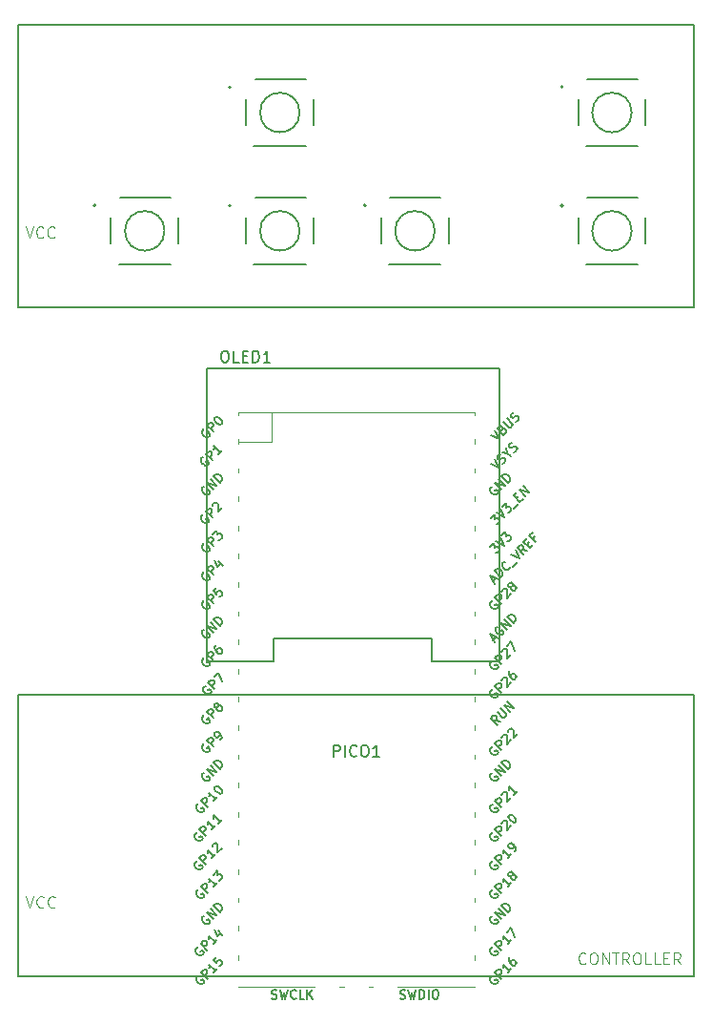
<source format=gbr>
%TF.GenerationSoftware,KiCad,Pcbnew,8.0.4*%
%TF.CreationDate,2024-08-20T15:20:12-04:00*%
%TF.ProjectId,gameconsole,67616d65-636f-46e7-936f-6c652e6b6963,rev?*%
%TF.SameCoordinates,Original*%
%TF.FileFunction,Legend,Top*%
%TF.FilePolarity,Positive*%
%FSLAX46Y46*%
G04 Gerber Fmt 4.6, Leading zero omitted, Abs format (unit mm)*
G04 Created by KiCad (PCBNEW 8.0.4) date 2024-08-20 15:20:12*
%MOMM*%
%LPD*%
G01*
G04 APERTURE LIST*
%ADD10C,0.100000*%
%ADD11C,0.150000*%
%ADD12C,0.127000*%
%ADD13C,0.200000*%
%ADD14C,0.120000*%
G04 APERTURE END LIST*
D10*
X100236027Y-80647419D02*
X100569360Y-81647419D01*
X100569360Y-81647419D02*
X100902693Y-80647419D01*
X101807455Y-81552180D02*
X101759836Y-81599800D01*
X101759836Y-81599800D02*
X101616979Y-81647419D01*
X101616979Y-81647419D02*
X101521741Y-81647419D01*
X101521741Y-81647419D02*
X101378884Y-81599800D01*
X101378884Y-81599800D02*
X101283646Y-81504561D01*
X101283646Y-81504561D02*
X101236027Y-81409323D01*
X101236027Y-81409323D02*
X101188408Y-81218847D01*
X101188408Y-81218847D02*
X101188408Y-81075990D01*
X101188408Y-81075990D02*
X101236027Y-80885514D01*
X101236027Y-80885514D02*
X101283646Y-80790276D01*
X101283646Y-80790276D02*
X101378884Y-80695038D01*
X101378884Y-80695038D02*
X101521741Y-80647419D01*
X101521741Y-80647419D02*
X101616979Y-80647419D01*
X101616979Y-80647419D02*
X101759836Y-80695038D01*
X101759836Y-80695038D02*
X101807455Y-80742657D01*
X102807455Y-81552180D02*
X102759836Y-81599800D01*
X102759836Y-81599800D02*
X102616979Y-81647419D01*
X102616979Y-81647419D02*
X102521741Y-81647419D01*
X102521741Y-81647419D02*
X102378884Y-81599800D01*
X102378884Y-81599800D02*
X102283646Y-81504561D01*
X102283646Y-81504561D02*
X102236027Y-81409323D01*
X102236027Y-81409323D02*
X102188408Y-81218847D01*
X102188408Y-81218847D02*
X102188408Y-81075990D01*
X102188408Y-81075990D02*
X102236027Y-80885514D01*
X102236027Y-80885514D02*
X102283646Y-80790276D01*
X102283646Y-80790276D02*
X102378884Y-80695038D01*
X102378884Y-80695038D02*
X102521741Y-80647419D01*
X102521741Y-80647419D02*
X102616979Y-80647419D01*
X102616979Y-80647419D02*
X102759836Y-80695038D01*
X102759836Y-80695038D02*
X102807455Y-80742657D01*
D11*
X117856428Y-91684819D02*
X118046904Y-91684819D01*
X118046904Y-91684819D02*
X118142142Y-91732438D01*
X118142142Y-91732438D02*
X118237380Y-91827676D01*
X118237380Y-91827676D02*
X118284999Y-92018152D01*
X118284999Y-92018152D02*
X118284999Y-92351485D01*
X118284999Y-92351485D02*
X118237380Y-92541961D01*
X118237380Y-92541961D02*
X118142142Y-92637200D01*
X118142142Y-92637200D02*
X118046904Y-92684819D01*
X118046904Y-92684819D02*
X117856428Y-92684819D01*
X117856428Y-92684819D02*
X117761190Y-92637200D01*
X117761190Y-92637200D02*
X117665952Y-92541961D01*
X117665952Y-92541961D02*
X117618333Y-92351485D01*
X117618333Y-92351485D02*
X117618333Y-92018152D01*
X117618333Y-92018152D02*
X117665952Y-91827676D01*
X117665952Y-91827676D02*
X117761190Y-91732438D01*
X117761190Y-91732438D02*
X117856428Y-91684819D01*
X119189761Y-92684819D02*
X118713571Y-92684819D01*
X118713571Y-92684819D02*
X118713571Y-91684819D01*
X119523095Y-92161009D02*
X119856428Y-92161009D01*
X119999285Y-92684819D02*
X119523095Y-92684819D01*
X119523095Y-92684819D02*
X119523095Y-91684819D01*
X119523095Y-91684819D02*
X119999285Y-91684819D01*
X120427857Y-92684819D02*
X120427857Y-91684819D01*
X120427857Y-91684819D02*
X120665952Y-91684819D01*
X120665952Y-91684819D02*
X120808809Y-91732438D01*
X120808809Y-91732438D02*
X120904047Y-91827676D01*
X120904047Y-91827676D02*
X120951666Y-91922914D01*
X120951666Y-91922914D02*
X120999285Y-92113390D01*
X120999285Y-92113390D02*
X120999285Y-92256247D01*
X120999285Y-92256247D02*
X120951666Y-92446723D01*
X120951666Y-92446723D02*
X120904047Y-92541961D01*
X120904047Y-92541961D02*
X120808809Y-92637200D01*
X120808809Y-92637200D02*
X120665952Y-92684819D01*
X120665952Y-92684819D02*
X120427857Y-92684819D01*
X121951666Y-92684819D02*
X121380238Y-92684819D01*
X121665952Y-92684819D02*
X121665952Y-91684819D01*
X121665952Y-91684819D02*
X121570714Y-91827676D01*
X121570714Y-91827676D02*
X121475476Y-91922914D01*
X121475476Y-91922914D02*
X121380238Y-91970533D01*
D10*
X149985312Y-145977180D02*
X149937693Y-146024800D01*
X149937693Y-146024800D02*
X149794836Y-146072419D01*
X149794836Y-146072419D02*
X149699598Y-146072419D01*
X149699598Y-146072419D02*
X149556741Y-146024800D01*
X149556741Y-146024800D02*
X149461503Y-145929561D01*
X149461503Y-145929561D02*
X149413884Y-145834323D01*
X149413884Y-145834323D02*
X149366265Y-145643847D01*
X149366265Y-145643847D02*
X149366265Y-145500990D01*
X149366265Y-145500990D02*
X149413884Y-145310514D01*
X149413884Y-145310514D02*
X149461503Y-145215276D01*
X149461503Y-145215276D02*
X149556741Y-145120038D01*
X149556741Y-145120038D02*
X149699598Y-145072419D01*
X149699598Y-145072419D02*
X149794836Y-145072419D01*
X149794836Y-145072419D02*
X149937693Y-145120038D01*
X149937693Y-145120038D02*
X149985312Y-145167657D01*
X150604360Y-145072419D02*
X150794836Y-145072419D01*
X150794836Y-145072419D02*
X150890074Y-145120038D01*
X150890074Y-145120038D02*
X150985312Y-145215276D01*
X150985312Y-145215276D02*
X151032931Y-145405752D01*
X151032931Y-145405752D02*
X151032931Y-145739085D01*
X151032931Y-145739085D02*
X150985312Y-145929561D01*
X150985312Y-145929561D02*
X150890074Y-146024800D01*
X150890074Y-146024800D02*
X150794836Y-146072419D01*
X150794836Y-146072419D02*
X150604360Y-146072419D01*
X150604360Y-146072419D02*
X150509122Y-146024800D01*
X150509122Y-146024800D02*
X150413884Y-145929561D01*
X150413884Y-145929561D02*
X150366265Y-145739085D01*
X150366265Y-145739085D02*
X150366265Y-145405752D01*
X150366265Y-145405752D02*
X150413884Y-145215276D01*
X150413884Y-145215276D02*
X150509122Y-145120038D01*
X150509122Y-145120038D02*
X150604360Y-145072419D01*
X151461503Y-146072419D02*
X151461503Y-145072419D01*
X151461503Y-145072419D02*
X152032931Y-146072419D01*
X152032931Y-146072419D02*
X152032931Y-145072419D01*
X152366265Y-145072419D02*
X152937693Y-145072419D01*
X152651979Y-146072419D02*
X152651979Y-145072419D01*
X153842455Y-146072419D02*
X153509122Y-145596228D01*
X153271027Y-146072419D02*
X153271027Y-145072419D01*
X153271027Y-145072419D02*
X153651979Y-145072419D01*
X153651979Y-145072419D02*
X153747217Y-145120038D01*
X153747217Y-145120038D02*
X153794836Y-145167657D01*
X153794836Y-145167657D02*
X153842455Y-145262895D01*
X153842455Y-145262895D02*
X153842455Y-145405752D01*
X153842455Y-145405752D02*
X153794836Y-145500990D01*
X153794836Y-145500990D02*
X153747217Y-145548609D01*
X153747217Y-145548609D02*
X153651979Y-145596228D01*
X153651979Y-145596228D02*
X153271027Y-145596228D01*
X154461503Y-145072419D02*
X154651979Y-145072419D01*
X154651979Y-145072419D02*
X154747217Y-145120038D01*
X154747217Y-145120038D02*
X154842455Y-145215276D01*
X154842455Y-145215276D02*
X154890074Y-145405752D01*
X154890074Y-145405752D02*
X154890074Y-145739085D01*
X154890074Y-145739085D02*
X154842455Y-145929561D01*
X154842455Y-145929561D02*
X154747217Y-146024800D01*
X154747217Y-146024800D02*
X154651979Y-146072419D01*
X154651979Y-146072419D02*
X154461503Y-146072419D01*
X154461503Y-146072419D02*
X154366265Y-146024800D01*
X154366265Y-146024800D02*
X154271027Y-145929561D01*
X154271027Y-145929561D02*
X154223408Y-145739085D01*
X154223408Y-145739085D02*
X154223408Y-145405752D01*
X154223408Y-145405752D02*
X154271027Y-145215276D01*
X154271027Y-145215276D02*
X154366265Y-145120038D01*
X154366265Y-145120038D02*
X154461503Y-145072419D01*
X155794836Y-146072419D02*
X155318646Y-146072419D01*
X155318646Y-146072419D02*
X155318646Y-145072419D01*
X156604360Y-146072419D02*
X156128170Y-146072419D01*
X156128170Y-146072419D02*
X156128170Y-145072419D01*
X156937694Y-145548609D02*
X157271027Y-145548609D01*
X157413884Y-146072419D02*
X156937694Y-146072419D01*
X156937694Y-146072419D02*
X156937694Y-145072419D01*
X156937694Y-145072419D02*
X157413884Y-145072419D01*
X158413884Y-146072419D02*
X158080551Y-145596228D01*
X157842456Y-146072419D02*
X157842456Y-145072419D01*
X157842456Y-145072419D02*
X158223408Y-145072419D01*
X158223408Y-145072419D02*
X158318646Y-145120038D01*
X158318646Y-145120038D02*
X158366265Y-145167657D01*
X158366265Y-145167657D02*
X158413884Y-145262895D01*
X158413884Y-145262895D02*
X158413884Y-145405752D01*
X158413884Y-145405752D02*
X158366265Y-145500990D01*
X158366265Y-145500990D02*
X158318646Y-145548609D01*
X158318646Y-145548609D02*
X158223408Y-145596228D01*
X158223408Y-145596228D02*
X157842456Y-145596228D01*
X100271027Y-140072419D02*
X100604360Y-141072419D01*
X100604360Y-141072419D02*
X100937693Y-140072419D01*
X101842455Y-140977180D02*
X101794836Y-141024800D01*
X101794836Y-141024800D02*
X101651979Y-141072419D01*
X101651979Y-141072419D02*
X101556741Y-141072419D01*
X101556741Y-141072419D02*
X101413884Y-141024800D01*
X101413884Y-141024800D02*
X101318646Y-140929561D01*
X101318646Y-140929561D02*
X101271027Y-140834323D01*
X101271027Y-140834323D02*
X101223408Y-140643847D01*
X101223408Y-140643847D02*
X101223408Y-140500990D01*
X101223408Y-140500990D02*
X101271027Y-140310514D01*
X101271027Y-140310514D02*
X101318646Y-140215276D01*
X101318646Y-140215276D02*
X101413884Y-140120038D01*
X101413884Y-140120038D02*
X101556741Y-140072419D01*
X101556741Y-140072419D02*
X101651979Y-140072419D01*
X101651979Y-140072419D02*
X101794836Y-140120038D01*
X101794836Y-140120038D02*
X101842455Y-140167657D01*
X102842455Y-140977180D02*
X102794836Y-141024800D01*
X102794836Y-141024800D02*
X102651979Y-141072419D01*
X102651979Y-141072419D02*
X102556741Y-141072419D01*
X102556741Y-141072419D02*
X102413884Y-141024800D01*
X102413884Y-141024800D02*
X102318646Y-140929561D01*
X102318646Y-140929561D02*
X102271027Y-140834323D01*
X102271027Y-140834323D02*
X102223408Y-140643847D01*
X102223408Y-140643847D02*
X102223408Y-140500990D01*
X102223408Y-140500990D02*
X102271027Y-140310514D01*
X102271027Y-140310514D02*
X102318646Y-140215276D01*
X102318646Y-140215276D02*
X102413884Y-140120038D01*
X102413884Y-140120038D02*
X102556741Y-140072419D01*
X102556741Y-140072419D02*
X102651979Y-140072419D01*
X102651979Y-140072419D02*
X102794836Y-140120038D01*
X102794836Y-140120038D02*
X102842455Y-140167657D01*
D11*
X127610000Y-127654819D02*
X127610000Y-126654819D01*
X127610000Y-126654819D02*
X127990952Y-126654819D01*
X127990952Y-126654819D02*
X128086190Y-126702438D01*
X128086190Y-126702438D02*
X128133809Y-126750057D01*
X128133809Y-126750057D02*
X128181428Y-126845295D01*
X128181428Y-126845295D02*
X128181428Y-126988152D01*
X128181428Y-126988152D02*
X128133809Y-127083390D01*
X128133809Y-127083390D02*
X128086190Y-127131009D01*
X128086190Y-127131009D02*
X127990952Y-127178628D01*
X127990952Y-127178628D02*
X127610000Y-127178628D01*
X128610000Y-127654819D02*
X128610000Y-126654819D01*
X129657618Y-127559580D02*
X129609999Y-127607200D01*
X129609999Y-127607200D02*
X129467142Y-127654819D01*
X129467142Y-127654819D02*
X129371904Y-127654819D01*
X129371904Y-127654819D02*
X129229047Y-127607200D01*
X129229047Y-127607200D02*
X129133809Y-127511961D01*
X129133809Y-127511961D02*
X129086190Y-127416723D01*
X129086190Y-127416723D02*
X129038571Y-127226247D01*
X129038571Y-127226247D02*
X129038571Y-127083390D01*
X129038571Y-127083390D02*
X129086190Y-126892914D01*
X129086190Y-126892914D02*
X129133809Y-126797676D01*
X129133809Y-126797676D02*
X129229047Y-126702438D01*
X129229047Y-126702438D02*
X129371904Y-126654819D01*
X129371904Y-126654819D02*
X129467142Y-126654819D01*
X129467142Y-126654819D02*
X129609999Y-126702438D01*
X129609999Y-126702438D02*
X129657618Y-126750057D01*
X130276666Y-126654819D02*
X130467142Y-126654819D01*
X130467142Y-126654819D02*
X130562380Y-126702438D01*
X130562380Y-126702438D02*
X130657618Y-126797676D01*
X130657618Y-126797676D02*
X130705237Y-126988152D01*
X130705237Y-126988152D02*
X130705237Y-127321485D01*
X130705237Y-127321485D02*
X130657618Y-127511961D01*
X130657618Y-127511961D02*
X130562380Y-127607200D01*
X130562380Y-127607200D02*
X130467142Y-127654819D01*
X130467142Y-127654819D02*
X130276666Y-127654819D01*
X130276666Y-127654819D02*
X130181428Y-127607200D01*
X130181428Y-127607200D02*
X130086190Y-127511961D01*
X130086190Y-127511961D02*
X130038571Y-127321485D01*
X130038571Y-127321485D02*
X130038571Y-126988152D01*
X130038571Y-126988152D02*
X130086190Y-126797676D01*
X130086190Y-126797676D02*
X130181428Y-126702438D01*
X130181428Y-126702438D02*
X130276666Y-126654819D01*
X131657618Y-127654819D02*
X131086190Y-127654819D01*
X131371904Y-127654819D02*
X131371904Y-126654819D01*
X131371904Y-126654819D02*
X131276666Y-126797676D01*
X131276666Y-126797676D02*
X131181428Y-126892914D01*
X131181428Y-126892914D02*
X131086190Y-126940533D01*
X115453998Y-134410868D02*
X115373185Y-134437805D01*
X115373185Y-134437805D02*
X115292373Y-134518618D01*
X115292373Y-134518618D02*
X115238498Y-134626367D01*
X115238498Y-134626367D02*
X115238498Y-134734117D01*
X115238498Y-134734117D02*
X115265436Y-134814929D01*
X115265436Y-134814929D02*
X115346248Y-134949616D01*
X115346248Y-134949616D02*
X115427060Y-135030428D01*
X115427060Y-135030428D02*
X115561747Y-135111241D01*
X115561747Y-135111241D02*
X115642560Y-135138178D01*
X115642560Y-135138178D02*
X115750309Y-135138178D01*
X115750309Y-135138178D02*
X115858059Y-135084303D01*
X115858059Y-135084303D02*
X115911934Y-135030428D01*
X115911934Y-135030428D02*
X115965808Y-134922679D01*
X115965808Y-134922679D02*
X115965808Y-134868804D01*
X115965808Y-134868804D02*
X115777247Y-134680242D01*
X115777247Y-134680242D02*
X115669497Y-134787992D01*
X116262120Y-134680242D02*
X115696434Y-134114557D01*
X115696434Y-134114557D02*
X115911934Y-133899057D01*
X115911934Y-133899057D02*
X115992746Y-133872120D01*
X115992746Y-133872120D02*
X116046621Y-133872120D01*
X116046621Y-133872120D02*
X116127433Y-133899057D01*
X116127433Y-133899057D02*
X116208245Y-133979870D01*
X116208245Y-133979870D02*
X116235182Y-134060682D01*
X116235182Y-134060682D02*
X116235182Y-134114557D01*
X116235182Y-134114557D02*
X116208245Y-134195369D01*
X116208245Y-134195369D02*
X115992746Y-134410868D01*
X117124117Y-133818245D02*
X116800868Y-134141494D01*
X116962492Y-133979870D02*
X116396807Y-133414184D01*
X116396807Y-133414184D02*
X116423744Y-133548871D01*
X116423744Y-133548871D02*
X116423744Y-133656621D01*
X116423744Y-133656621D02*
X116396807Y-133737433D01*
X117662865Y-133279497D02*
X117339616Y-133602746D01*
X117501240Y-133441121D02*
X116935555Y-132875436D01*
X116935555Y-132875436D02*
X116962492Y-133010123D01*
X116962492Y-133010123D02*
X116962492Y-133117873D01*
X116962492Y-133117873D02*
X116935555Y-133198685D01*
X141707998Y-113836868D02*
X141627185Y-113863805D01*
X141627185Y-113863805D02*
X141546373Y-113944618D01*
X141546373Y-113944618D02*
X141492498Y-114052367D01*
X141492498Y-114052367D02*
X141492498Y-114160117D01*
X141492498Y-114160117D02*
X141519436Y-114240929D01*
X141519436Y-114240929D02*
X141600248Y-114375616D01*
X141600248Y-114375616D02*
X141681060Y-114456428D01*
X141681060Y-114456428D02*
X141815747Y-114537241D01*
X141815747Y-114537241D02*
X141896560Y-114564178D01*
X141896560Y-114564178D02*
X142004309Y-114564178D01*
X142004309Y-114564178D02*
X142112059Y-114510303D01*
X142112059Y-114510303D02*
X142165934Y-114456428D01*
X142165934Y-114456428D02*
X142219808Y-114348679D01*
X142219808Y-114348679D02*
X142219808Y-114294804D01*
X142219808Y-114294804D02*
X142031247Y-114106242D01*
X142031247Y-114106242D02*
X141923497Y-114213992D01*
X142516120Y-114106242D02*
X141950434Y-113540557D01*
X141950434Y-113540557D02*
X142165934Y-113325057D01*
X142165934Y-113325057D02*
X142246746Y-113298120D01*
X142246746Y-113298120D02*
X142300621Y-113298120D01*
X142300621Y-113298120D02*
X142381433Y-113325057D01*
X142381433Y-113325057D02*
X142462245Y-113405870D01*
X142462245Y-113405870D02*
X142489182Y-113486682D01*
X142489182Y-113486682D02*
X142489182Y-113540557D01*
X142489182Y-113540557D02*
X142462245Y-113621369D01*
X142462245Y-113621369D02*
X142246746Y-113836868D01*
X142543057Y-113055683D02*
X142543057Y-113001809D01*
X142543057Y-113001809D02*
X142569995Y-112920996D01*
X142569995Y-112920996D02*
X142704682Y-112786309D01*
X142704682Y-112786309D02*
X142785494Y-112759372D01*
X142785494Y-112759372D02*
X142839369Y-112759372D01*
X142839369Y-112759372D02*
X142920181Y-112786309D01*
X142920181Y-112786309D02*
X142974056Y-112840184D01*
X142974056Y-112840184D02*
X143027930Y-112947934D01*
X143027930Y-112947934D02*
X143027930Y-113594431D01*
X143027930Y-113594431D02*
X143378117Y-113244245D01*
X143378117Y-112597747D02*
X143297305Y-112624685D01*
X143297305Y-112624685D02*
X143243430Y-112624685D01*
X143243430Y-112624685D02*
X143162618Y-112597747D01*
X143162618Y-112597747D02*
X143135680Y-112570810D01*
X143135680Y-112570810D02*
X143108743Y-112489998D01*
X143108743Y-112489998D02*
X143108743Y-112436123D01*
X143108743Y-112436123D02*
X143135680Y-112355311D01*
X143135680Y-112355311D02*
X143243430Y-112247561D01*
X143243430Y-112247561D02*
X143324242Y-112220624D01*
X143324242Y-112220624D02*
X143378117Y-112220624D01*
X143378117Y-112220624D02*
X143458929Y-112247561D01*
X143458929Y-112247561D02*
X143485866Y-112274499D01*
X143485866Y-112274499D02*
X143512804Y-112355311D01*
X143512804Y-112355311D02*
X143512804Y-112409186D01*
X143512804Y-112409186D02*
X143485866Y-112489998D01*
X143485866Y-112489998D02*
X143378117Y-112597747D01*
X143378117Y-112597747D02*
X143351179Y-112678560D01*
X143351179Y-112678560D02*
X143351179Y-112732434D01*
X143351179Y-112732434D02*
X143378117Y-112813247D01*
X143378117Y-112813247D02*
X143485866Y-112920996D01*
X143485866Y-112920996D02*
X143566679Y-112947934D01*
X143566679Y-112947934D02*
X143620553Y-112947934D01*
X143620553Y-112947934D02*
X143701366Y-112920996D01*
X143701366Y-112920996D02*
X143809115Y-112813247D01*
X143809115Y-112813247D02*
X143836053Y-112732434D01*
X143836053Y-112732434D02*
X143836053Y-112678560D01*
X143836053Y-112678560D02*
X143809115Y-112597747D01*
X143809115Y-112597747D02*
X143701366Y-112489998D01*
X143701366Y-112489998D02*
X143620553Y-112463060D01*
X143620553Y-112463060D02*
X143566679Y-112463060D01*
X143566679Y-112463060D02*
X143485866Y-112489998D01*
X141707998Y-121710868D02*
X141627185Y-121737805D01*
X141627185Y-121737805D02*
X141546373Y-121818618D01*
X141546373Y-121818618D02*
X141492498Y-121926367D01*
X141492498Y-121926367D02*
X141492498Y-122034117D01*
X141492498Y-122034117D02*
X141519436Y-122114929D01*
X141519436Y-122114929D02*
X141600248Y-122249616D01*
X141600248Y-122249616D02*
X141681060Y-122330428D01*
X141681060Y-122330428D02*
X141815747Y-122411241D01*
X141815747Y-122411241D02*
X141896560Y-122438178D01*
X141896560Y-122438178D02*
X142004309Y-122438178D01*
X142004309Y-122438178D02*
X142112059Y-122384303D01*
X142112059Y-122384303D02*
X142165934Y-122330428D01*
X142165934Y-122330428D02*
X142219808Y-122222679D01*
X142219808Y-122222679D02*
X142219808Y-122168804D01*
X142219808Y-122168804D02*
X142031247Y-121980242D01*
X142031247Y-121980242D02*
X141923497Y-122087992D01*
X142516120Y-121980242D02*
X141950434Y-121414557D01*
X141950434Y-121414557D02*
X142165934Y-121199057D01*
X142165934Y-121199057D02*
X142246746Y-121172120D01*
X142246746Y-121172120D02*
X142300621Y-121172120D01*
X142300621Y-121172120D02*
X142381433Y-121199057D01*
X142381433Y-121199057D02*
X142462245Y-121279870D01*
X142462245Y-121279870D02*
X142489182Y-121360682D01*
X142489182Y-121360682D02*
X142489182Y-121414557D01*
X142489182Y-121414557D02*
X142462245Y-121495369D01*
X142462245Y-121495369D02*
X142246746Y-121710868D01*
X142543057Y-120929683D02*
X142543057Y-120875809D01*
X142543057Y-120875809D02*
X142569995Y-120794996D01*
X142569995Y-120794996D02*
X142704682Y-120660309D01*
X142704682Y-120660309D02*
X142785494Y-120633372D01*
X142785494Y-120633372D02*
X142839369Y-120633372D01*
X142839369Y-120633372D02*
X142920181Y-120660309D01*
X142920181Y-120660309D02*
X142974056Y-120714184D01*
X142974056Y-120714184D02*
X143027930Y-120821934D01*
X143027930Y-120821934D02*
X143027930Y-121468431D01*
X143027930Y-121468431D02*
X143378117Y-121118245D01*
X143297305Y-120067686D02*
X143189555Y-120175436D01*
X143189555Y-120175436D02*
X143162618Y-120256248D01*
X143162618Y-120256248D02*
X143162618Y-120310123D01*
X143162618Y-120310123D02*
X143189555Y-120444810D01*
X143189555Y-120444810D02*
X143270367Y-120579497D01*
X143270367Y-120579497D02*
X143485866Y-120794996D01*
X143485866Y-120794996D02*
X143566679Y-120821934D01*
X143566679Y-120821934D02*
X143620553Y-120821934D01*
X143620553Y-120821934D02*
X143701366Y-120794996D01*
X143701366Y-120794996D02*
X143809115Y-120687247D01*
X143809115Y-120687247D02*
X143836053Y-120606434D01*
X143836053Y-120606434D02*
X143836053Y-120552560D01*
X143836053Y-120552560D02*
X143809115Y-120471747D01*
X143809115Y-120471747D02*
X143674428Y-120337060D01*
X143674428Y-120337060D02*
X143593616Y-120310123D01*
X143593616Y-120310123D02*
X143539741Y-120310123D01*
X143539741Y-120310123D02*
X143458929Y-120337060D01*
X143458929Y-120337060D02*
X143351179Y-120444810D01*
X143351179Y-120444810D02*
X143324242Y-120525622D01*
X143324242Y-120525622D02*
X143324242Y-120579497D01*
X143324242Y-120579497D02*
X143351179Y-120660309D01*
X115553998Y-144570868D02*
X115473185Y-144597805D01*
X115473185Y-144597805D02*
X115392373Y-144678618D01*
X115392373Y-144678618D02*
X115338498Y-144786367D01*
X115338498Y-144786367D02*
X115338498Y-144894117D01*
X115338498Y-144894117D02*
X115365436Y-144974929D01*
X115365436Y-144974929D02*
X115446248Y-145109616D01*
X115446248Y-145109616D02*
X115527060Y-145190428D01*
X115527060Y-145190428D02*
X115661747Y-145271241D01*
X115661747Y-145271241D02*
X115742560Y-145298178D01*
X115742560Y-145298178D02*
X115850309Y-145298178D01*
X115850309Y-145298178D02*
X115958059Y-145244303D01*
X115958059Y-145244303D02*
X116011934Y-145190428D01*
X116011934Y-145190428D02*
X116065808Y-145082679D01*
X116065808Y-145082679D02*
X116065808Y-145028804D01*
X116065808Y-145028804D02*
X115877247Y-144840242D01*
X115877247Y-144840242D02*
X115769497Y-144947992D01*
X116362120Y-144840242D02*
X115796434Y-144274557D01*
X115796434Y-144274557D02*
X116011934Y-144059057D01*
X116011934Y-144059057D02*
X116092746Y-144032120D01*
X116092746Y-144032120D02*
X116146621Y-144032120D01*
X116146621Y-144032120D02*
X116227433Y-144059057D01*
X116227433Y-144059057D02*
X116308245Y-144139870D01*
X116308245Y-144139870D02*
X116335182Y-144220682D01*
X116335182Y-144220682D02*
X116335182Y-144274557D01*
X116335182Y-144274557D02*
X116308245Y-144355369D01*
X116308245Y-144355369D02*
X116092746Y-144570868D01*
X117224117Y-143978245D02*
X116900868Y-144301494D01*
X117062492Y-144139870D02*
X116496807Y-143574184D01*
X116496807Y-143574184D02*
X116523744Y-143708871D01*
X116523744Y-143708871D02*
X116523744Y-143816621D01*
X116523744Y-143816621D02*
X116496807Y-143897433D01*
X117331866Y-143116248D02*
X117708990Y-143493372D01*
X116981680Y-143035436D02*
X117251054Y-143574184D01*
X117251054Y-143574184D02*
X117601240Y-143223998D01*
X141563406Y-99117585D02*
X142317653Y-99494709D01*
X142317653Y-99494709D02*
X141940529Y-98740462D01*
X142587027Y-98632712D02*
X142694776Y-98578838D01*
X142694776Y-98578838D02*
X142748651Y-98578838D01*
X142748651Y-98578838D02*
X142829463Y-98605775D01*
X142829463Y-98605775D02*
X142910276Y-98686587D01*
X142910276Y-98686587D02*
X142937213Y-98767399D01*
X142937213Y-98767399D02*
X142937213Y-98821274D01*
X142937213Y-98821274D02*
X142910276Y-98902086D01*
X142910276Y-98902086D02*
X142694776Y-99117586D01*
X142694776Y-99117586D02*
X142129091Y-98551900D01*
X142129091Y-98551900D02*
X142317653Y-98363338D01*
X142317653Y-98363338D02*
X142398465Y-98336401D01*
X142398465Y-98336401D02*
X142452340Y-98336401D01*
X142452340Y-98336401D02*
X142533152Y-98363338D01*
X142533152Y-98363338D02*
X142587027Y-98417213D01*
X142587027Y-98417213D02*
X142613964Y-98498025D01*
X142613964Y-98498025D02*
X142613964Y-98551900D01*
X142613964Y-98551900D02*
X142587027Y-98632712D01*
X142587027Y-98632712D02*
X142398465Y-98821274D01*
X142694776Y-97986215D02*
X143152712Y-98444151D01*
X143152712Y-98444151D02*
X143233524Y-98471088D01*
X143233524Y-98471088D02*
X143287399Y-98471088D01*
X143287399Y-98471088D02*
X143368211Y-98444151D01*
X143368211Y-98444151D02*
X143475961Y-98336401D01*
X143475961Y-98336401D02*
X143502898Y-98255589D01*
X143502898Y-98255589D02*
X143502898Y-98201714D01*
X143502898Y-98201714D02*
X143475961Y-98120902D01*
X143475961Y-98120902D02*
X143018025Y-97662966D01*
X143799210Y-97959277D02*
X143906959Y-97905403D01*
X143906959Y-97905403D02*
X144041646Y-97770716D01*
X144041646Y-97770716D02*
X144068584Y-97689903D01*
X144068584Y-97689903D02*
X144068584Y-97636029D01*
X144068584Y-97636029D02*
X144041646Y-97555216D01*
X144041646Y-97555216D02*
X143987771Y-97501342D01*
X143987771Y-97501342D02*
X143906959Y-97474404D01*
X143906959Y-97474404D02*
X143853084Y-97474404D01*
X143853084Y-97474404D02*
X143772272Y-97501342D01*
X143772272Y-97501342D02*
X143637585Y-97582154D01*
X143637585Y-97582154D02*
X143556773Y-97609091D01*
X143556773Y-97609091D02*
X143502898Y-97609091D01*
X143502898Y-97609091D02*
X143422086Y-97582154D01*
X143422086Y-97582154D02*
X143368211Y-97528279D01*
X143368211Y-97528279D02*
X143341274Y-97447467D01*
X143341274Y-97447467D02*
X143341274Y-97393592D01*
X143341274Y-97393592D02*
X143368211Y-97312780D01*
X143368211Y-97312780D02*
X143502898Y-97178093D01*
X143502898Y-97178093D02*
X143610648Y-97124218D01*
X141696435Y-141788431D02*
X141615623Y-141815368D01*
X141615623Y-141815368D02*
X141534811Y-141896180D01*
X141534811Y-141896180D02*
X141480936Y-142003930D01*
X141480936Y-142003930D02*
X141480936Y-142111680D01*
X141480936Y-142111680D02*
X141507873Y-142192492D01*
X141507873Y-142192492D02*
X141588685Y-142327179D01*
X141588685Y-142327179D02*
X141669498Y-142407991D01*
X141669498Y-142407991D02*
X141804185Y-142488803D01*
X141804185Y-142488803D02*
X141884997Y-142515741D01*
X141884997Y-142515741D02*
X141992746Y-142515741D01*
X141992746Y-142515741D02*
X142100496Y-142461866D01*
X142100496Y-142461866D02*
X142154371Y-142407991D01*
X142154371Y-142407991D02*
X142208246Y-142300241D01*
X142208246Y-142300241D02*
X142208246Y-142246367D01*
X142208246Y-142246367D02*
X142019684Y-142057805D01*
X142019684Y-142057805D02*
X141911934Y-142165554D01*
X142504557Y-142057805D02*
X141938872Y-141492119D01*
X141938872Y-141492119D02*
X142827806Y-141734556D01*
X142827806Y-141734556D02*
X142262120Y-141168871D01*
X143097180Y-141465182D02*
X142531494Y-140899497D01*
X142531494Y-140899497D02*
X142666181Y-140764810D01*
X142666181Y-140764810D02*
X142773931Y-140710935D01*
X142773931Y-140710935D02*
X142881680Y-140710935D01*
X142881680Y-140710935D02*
X142962493Y-140737872D01*
X142962493Y-140737872D02*
X143097180Y-140818685D01*
X143097180Y-140818685D02*
X143177992Y-140899497D01*
X143177992Y-140899497D02*
X143258804Y-141034184D01*
X143258804Y-141034184D02*
X143285741Y-141114996D01*
X143285741Y-141114996D02*
X143285741Y-141222746D01*
X143285741Y-141222746D02*
X143231867Y-141330495D01*
X143231867Y-141330495D02*
X143097180Y-141465182D01*
X141707998Y-134410868D02*
X141627185Y-134437805D01*
X141627185Y-134437805D02*
X141546373Y-134518618D01*
X141546373Y-134518618D02*
X141492498Y-134626367D01*
X141492498Y-134626367D02*
X141492498Y-134734117D01*
X141492498Y-134734117D02*
X141519436Y-134814929D01*
X141519436Y-134814929D02*
X141600248Y-134949616D01*
X141600248Y-134949616D02*
X141681060Y-135030428D01*
X141681060Y-135030428D02*
X141815747Y-135111241D01*
X141815747Y-135111241D02*
X141896560Y-135138178D01*
X141896560Y-135138178D02*
X142004309Y-135138178D01*
X142004309Y-135138178D02*
X142112059Y-135084303D01*
X142112059Y-135084303D02*
X142165934Y-135030428D01*
X142165934Y-135030428D02*
X142219808Y-134922679D01*
X142219808Y-134922679D02*
X142219808Y-134868804D01*
X142219808Y-134868804D02*
X142031247Y-134680242D01*
X142031247Y-134680242D02*
X141923497Y-134787992D01*
X142516120Y-134680242D02*
X141950434Y-134114557D01*
X141950434Y-134114557D02*
X142165934Y-133899057D01*
X142165934Y-133899057D02*
X142246746Y-133872120D01*
X142246746Y-133872120D02*
X142300621Y-133872120D01*
X142300621Y-133872120D02*
X142381433Y-133899057D01*
X142381433Y-133899057D02*
X142462245Y-133979870D01*
X142462245Y-133979870D02*
X142489182Y-134060682D01*
X142489182Y-134060682D02*
X142489182Y-134114557D01*
X142489182Y-134114557D02*
X142462245Y-134195369D01*
X142462245Y-134195369D02*
X142246746Y-134410868D01*
X142543057Y-133629683D02*
X142543057Y-133575809D01*
X142543057Y-133575809D02*
X142569995Y-133494996D01*
X142569995Y-133494996D02*
X142704682Y-133360309D01*
X142704682Y-133360309D02*
X142785494Y-133333372D01*
X142785494Y-133333372D02*
X142839369Y-133333372D01*
X142839369Y-133333372D02*
X142920181Y-133360309D01*
X142920181Y-133360309D02*
X142974056Y-133414184D01*
X142974056Y-133414184D02*
X143027930Y-133521934D01*
X143027930Y-133521934D02*
X143027930Y-134168431D01*
X143027930Y-134168431D02*
X143378117Y-133818245D01*
X143162618Y-132902373D02*
X143216492Y-132848499D01*
X143216492Y-132848499D02*
X143297305Y-132821561D01*
X143297305Y-132821561D02*
X143351179Y-132821561D01*
X143351179Y-132821561D02*
X143431992Y-132848499D01*
X143431992Y-132848499D02*
X143566679Y-132929311D01*
X143566679Y-132929311D02*
X143701366Y-133063998D01*
X143701366Y-133063998D02*
X143782178Y-133198685D01*
X143782178Y-133198685D02*
X143809115Y-133279497D01*
X143809115Y-133279497D02*
X143809115Y-133333372D01*
X143809115Y-133333372D02*
X143782178Y-133414184D01*
X143782178Y-133414184D02*
X143728303Y-133468059D01*
X143728303Y-133468059D02*
X143647491Y-133494996D01*
X143647491Y-133494996D02*
X143593616Y-133494996D01*
X143593616Y-133494996D02*
X143512804Y-133468059D01*
X143512804Y-133468059D02*
X143378117Y-133387247D01*
X143378117Y-133387247D02*
X143243430Y-133252560D01*
X143243430Y-133252560D02*
X143162618Y-133117873D01*
X143162618Y-133117873D02*
X143135680Y-133037060D01*
X143135680Y-133037060D02*
X143135680Y-132983186D01*
X143135680Y-132983186D02*
X143162618Y-132902373D01*
X122100475Y-149114200D02*
X122214761Y-149152295D01*
X122214761Y-149152295D02*
X122405237Y-149152295D01*
X122405237Y-149152295D02*
X122481428Y-149114200D01*
X122481428Y-149114200D02*
X122519523Y-149076104D01*
X122519523Y-149076104D02*
X122557618Y-148999914D01*
X122557618Y-148999914D02*
X122557618Y-148923723D01*
X122557618Y-148923723D02*
X122519523Y-148847533D01*
X122519523Y-148847533D02*
X122481428Y-148809438D01*
X122481428Y-148809438D02*
X122405237Y-148771342D01*
X122405237Y-148771342D02*
X122252856Y-148733247D01*
X122252856Y-148733247D02*
X122176666Y-148695152D01*
X122176666Y-148695152D02*
X122138571Y-148657057D01*
X122138571Y-148657057D02*
X122100475Y-148580866D01*
X122100475Y-148580866D02*
X122100475Y-148504676D01*
X122100475Y-148504676D02*
X122138571Y-148428485D01*
X122138571Y-148428485D02*
X122176666Y-148390390D01*
X122176666Y-148390390D02*
X122252856Y-148352295D01*
X122252856Y-148352295D02*
X122443333Y-148352295D01*
X122443333Y-148352295D02*
X122557618Y-148390390D01*
X122824285Y-148352295D02*
X123014761Y-149152295D01*
X123014761Y-149152295D02*
X123167142Y-148580866D01*
X123167142Y-148580866D02*
X123319523Y-149152295D01*
X123319523Y-149152295D02*
X123510000Y-148352295D01*
X124271905Y-149076104D02*
X124233809Y-149114200D01*
X124233809Y-149114200D02*
X124119524Y-149152295D01*
X124119524Y-149152295D02*
X124043333Y-149152295D01*
X124043333Y-149152295D02*
X123929047Y-149114200D01*
X123929047Y-149114200D02*
X123852857Y-149038009D01*
X123852857Y-149038009D02*
X123814762Y-148961819D01*
X123814762Y-148961819D02*
X123776666Y-148809438D01*
X123776666Y-148809438D02*
X123776666Y-148695152D01*
X123776666Y-148695152D02*
X123814762Y-148542771D01*
X123814762Y-148542771D02*
X123852857Y-148466580D01*
X123852857Y-148466580D02*
X123929047Y-148390390D01*
X123929047Y-148390390D02*
X124043333Y-148352295D01*
X124043333Y-148352295D02*
X124119524Y-148352295D01*
X124119524Y-148352295D02*
X124233809Y-148390390D01*
X124233809Y-148390390D02*
X124271905Y-148428485D01*
X124995714Y-149152295D02*
X124614762Y-149152295D01*
X124614762Y-149152295D02*
X124614762Y-148352295D01*
X125262381Y-149152295D02*
X125262381Y-148352295D01*
X125719524Y-149152295D02*
X125376666Y-148695152D01*
X125719524Y-148352295D02*
X125262381Y-148809438D01*
X142448651Y-124533710D02*
X141990716Y-124452898D01*
X142125403Y-124856959D02*
X141559717Y-124291274D01*
X141559717Y-124291274D02*
X141775216Y-124075775D01*
X141775216Y-124075775D02*
X141856029Y-124048837D01*
X141856029Y-124048837D02*
X141909903Y-124048837D01*
X141909903Y-124048837D02*
X141990716Y-124075775D01*
X141990716Y-124075775D02*
X142071528Y-124156587D01*
X142071528Y-124156587D02*
X142098465Y-124237399D01*
X142098465Y-124237399D02*
X142098465Y-124291274D01*
X142098465Y-124291274D02*
X142071528Y-124372086D01*
X142071528Y-124372086D02*
X141856029Y-124587585D01*
X142125403Y-123725588D02*
X142583338Y-124183524D01*
X142583338Y-124183524D02*
X142664151Y-124210462D01*
X142664151Y-124210462D02*
X142718025Y-124210462D01*
X142718025Y-124210462D02*
X142798838Y-124183524D01*
X142798838Y-124183524D02*
X142906587Y-124075775D01*
X142906587Y-124075775D02*
X142933525Y-123994962D01*
X142933525Y-123994962D02*
X142933525Y-123941088D01*
X142933525Y-123941088D02*
X142906587Y-123860275D01*
X142906587Y-123860275D02*
X142448651Y-123402340D01*
X143283711Y-123698651D02*
X142718025Y-123132966D01*
X142718025Y-123132966D02*
X143606959Y-123375402D01*
X143606959Y-123375402D02*
X143041274Y-122809717D01*
X115599998Y-131870868D02*
X115519185Y-131897805D01*
X115519185Y-131897805D02*
X115438373Y-131978618D01*
X115438373Y-131978618D02*
X115384498Y-132086367D01*
X115384498Y-132086367D02*
X115384498Y-132194117D01*
X115384498Y-132194117D02*
X115411436Y-132274929D01*
X115411436Y-132274929D02*
X115492248Y-132409616D01*
X115492248Y-132409616D02*
X115573060Y-132490428D01*
X115573060Y-132490428D02*
X115707747Y-132571241D01*
X115707747Y-132571241D02*
X115788560Y-132598178D01*
X115788560Y-132598178D02*
X115896309Y-132598178D01*
X115896309Y-132598178D02*
X116004059Y-132544303D01*
X116004059Y-132544303D02*
X116057934Y-132490428D01*
X116057934Y-132490428D02*
X116111808Y-132382679D01*
X116111808Y-132382679D02*
X116111808Y-132328804D01*
X116111808Y-132328804D02*
X115923247Y-132140242D01*
X115923247Y-132140242D02*
X115815497Y-132247992D01*
X116408120Y-132140242D02*
X115842434Y-131574557D01*
X115842434Y-131574557D02*
X116057934Y-131359057D01*
X116057934Y-131359057D02*
X116138746Y-131332120D01*
X116138746Y-131332120D02*
X116192621Y-131332120D01*
X116192621Y-131332120D02*
X116273433Y-131359057D01*
X116273433Y-131359057D02*
X116354245Y-131439870D01*
X116354245Y-131439870D02*
X116381182Y-131520682D01*
X116381182Y-131520682D02*
X116381182Y-131574557D01*
X116381182Y-131574557D02*
X116354245Y-131655369D01*
X116354245Y-131655369D02*
X116138746Y-131870868D01*
X117270117Y-131278245D02*
X116946868Y-131601494D01*
X117108492Y-131439870D02*
X116542807Y-130874184D01*
X116542807Y-130874184D02*
X116569744Y-131008871D01*
X116569744Y-131008871D02*
X116569744Y-131116621D01*
X116569744Y-131116621D02*
X116542807Y-131197433D01*
X117054618Y-130362373D02*
X117108492Y-130308499D01*
X117108492Y-130308499D02*
X117189305Y-130281561D01*
X117189305Y-130281561D02*
X117243179Y-130281561D01*
X117243179Y-130281561D02*
X117323992Y-130308499D01*
X117323992Y-130308499D02*
X117458679Y-130389311D01*
X117458679Y-130389311D02*
X117593366Y-130523998D01*
X117593366Y-130523998D02*
X117674178Y-130658685D01*
X117674178Y-130658685D02*
X117701115Y-130739497D01*
X117701115Y-130739497D02*
X117701115Y-130793372D01*
X117701115Y-130793372D02*
X117674178Y-130874184D01*
X117674178Y-130874184D02*
X117620303Y-130928059D01*
X117620303Y-130928059D02*
X117539491Y-130954996D01*
X117539491Y-130954996D02*
X117485616Y-130954996D01*
X117485616Y-130954996D02*
X117404804Y-130928059D01*
X117404804Y-130928059D02*
X117270117Y-130847247D01*
X117270117Y-130847247D02*
X117135430Y-130712560D01*
X117135430Y-130712560D02*
X117054618Y-130577873D01*
X117054618Y-130577873D02*
X117027680Y-130497060D01*
X117027680Y-130497060D02*
X117027680Y-130443186D01*
X117027680Y-130443186D02*
X117054618Y-130362373D01*
X141500123Y-109080868D02*
X141850309Y-108730682D01*
X141850309Y-108730682D02*
X141877247Y-109134743D01*
X141877247Y-109134743D02*
X141958059Y-109053931D01*
X141958059Y-109053931D02*
X142038871Y-109026993D01*
X142038871Y-109026993D02*
X142092746Y-109026993D01*
X142092746Y-109026993D02*
X142173558Y-109053931D01*
X142173558Y-109053931D02*
X142308245Y-109188618D01*
X142308245Y-109188618D02*
X142335182Y-109269430D01*
X142335182Y-109269430D02*
X142335182Y-109323305D01*
X142335182Y-109323305D02*
X142308245Y-109404117D01*
X142308245Y-109404117D02*
X142146621Y-109565741D01*
X142146621Y-109565741D02*
X142065808Y-109592679D01*
X142065808Y-109592679D02*
X142011934Y-109592679D01*
X142011934Y-108569057D02*
X142766181Y-108946181D01*
X142766181Y-108946181D02*
X142389057Y-108191934D01*
X142523744Y-108057247D02*
X142873930Y-107707061D01*
X142873930Y-107707061D02*
X142900868Y-108111122D01*
X142900868Y-108111122D02*
X142981680Y-108030309D01*
X142981680Y-108030309D02*
X143062492Y-108003372D01*
X143062492Y-108003372D02*
X143116367Y-108003372D01*
X143116367Y-108003372D02*
X143197179Y-108030309D01*
X143197179Y-108030309D02*
X143331866Y-108164996D01*
X143331866Y-108164996D02*
X143358804Y-108245809D01*
X143358804Y-108245809D02*
X143358804Y-108299683D01*
X143358804Y-108299683D02*
X143331866Y-108380496D01*
X143331866Y-108380496D02*
X143170242Y-108542120D01*
X143170242Y-108542120D02*
X143089430Y-108569057D01*
X143089430Y-108569057D02*
X143035555Y-108569057D01*
X116223372Y-121411494D02*
X116142560Y-121438431D01*
X116142560Y-121438431D02*
X116061748Y-121519243D01*
X116061748Y-121519243D02*
X116007873Y-121626993D01*
X116007873Y-121626993D02*
X116007873Y-121734742D01*
X116007873Y-121734742D02*
X116034810Y-121815555D01*
X116034810Y-121815555D02*
X116115623Y-121950242D01*
X116115623Y-121950242D02*
X116196435Y-122031054D01*
X116196435Y-122031054D02*
X116331122Y-122111866D01*
X116331122Y-122111866D02*
X116411934Y-122138803D01*
X116411934Y-122138803D02*
X116519684Y-122138803D01*
X116519684Y-122138803D02*
X116627433Y-122084929D01*
X116627433Y-122084929D02*
X116681308Y-122031054D01*
X116681308Y-122031054D02*
X116735183Y-121923304D01*
X116735183Y-121923304D02*
X116735183Y-121869429D01*
X116735183Y-121869429D02*
X116546621Y-121680868D01*
X116546621Y-121680868D02*
X116438871Y-121788617D01*
X117031494Y-121680868D02*
X116465809Y-121115182D01*
X116465809Y-121115182D02*
X116681308Y-120899683D01*
X116681308Y-120899683D02*
X116762120Y-120872746D01*
X116762120Y-120872746D02*
X116815995Y-120872746D01*
X116815995Y-120872746D02*
X116896807Y-120899683D01*
X116896807Y-120899683D02*
X116977619Y-120980495D01*
X116977619Y-120980495D02*
X117004557Y-121061307D01*
X117004557Y-121061307D02*
X117004557Y-121115182D01*
X117004557Y-121115182D02*
X116977619Y-121195994D01*
X116977619Y-121195994D02*
X116762120Y-121411494D01*
X116977619Y-120603372D02*
X117354743Y-120226248D01*
X117354743Y-120226248D02*
X117677992Y-121034370D01*
X141532407Y-106548584D02*
X141882593Y-106198398D01*
X141882593Y-106198398D02*
X141909531Y-106602459D01*
X141909531Y-106602459D02*
X141990343Y-106521646D01*
X141990343Y-106521646D02*
X142071155Y-106494709D01*
X142071155Y-106494709D02*
X142125030Y-106494709D01*
X142125030Y-106494709D02*
X142205842Y-106521646D01*
X142205842Y-106521646D02*
X142340529Y-106656333D01*
X142340529Y-106656333D02*
X142367467Y-106737146D01*
X142367467Y-106737146D02*
X142367467Y-106791020D01*
X142367467Y-106791020D02*
X142340529Y-106871833D01*
X142340529Y-106871833D02*
X142178905Y-107033457D01*
X142178905Y-107033457D02*
X142098093Y-107060394D01*
X142098093Y-107060394D02*
X142044218Y-107060394D01*
X142044218Y-106036773D02*
X142798465Y-106413897D01*
X142798465Y-106413897D02*
X142421342Y-105659649D01*
X142556028Y-105524963D02*
X142906215Y-105174776D01*
X142906215Y-105174776D02*
X142933152Y-105578837D01*
X142933152Y-105578837D02*
X143013964Y-105498025D01*
X143013964Y-105498025D02*
X143094776Y-105471088D01*
X143094776Y-105471088D02*
X143148651Y-105471088D01*
X143148651Y-105471088D02*
X143229464Y-105498025D01*
X143229464Y-105498025D02*
X143364151Y-105632712D01*
X143364151Y-105632712D02*
X143391088Y-105713524D01*
X143391088Y-105713524D02*
X143391088Y-105767399D01*
X143391088Y-105767399D02*
X143364151Y-105848211D01*
X143364151Y-105848211D02*
X143202526Y-106009836D01*
X143202526Y-106009836D02*
X143121714Y-106036773D01*
X143121714Y-106036773D02*
X143067839Y-106036773D01*
X143633525Y-105686587D02*
X144064523Y-105255588D01*
X143849024Y-104770715D02*
X144037586Y-104582153D01*
X144414709Y-104797652D02*
X144145335Y-105067026D01*
X144145335Y-105067026D02*
X143579650Y-104501341D01*
X143579650Y-104501341D02*
X143849024Y-104231967D01*
X144657146Y-104555215D02*
X144091461Y-103989530D01*
X144091461Y-103989530D02*
X144980395Y-104231967D01*
X144980395Y-104231967D02*
X144414710Y-103666281D01*
X141696435Y-103688431D02*
X141615623Y-103715368D01*
X141615623Y-103715368D02*
X141534811Y-103796180D01*
X141534811Y-103796180D02*
X141480936Y-103903930D01*
X141480936Y-103903930D02*
X141480936Y-104011680D01*
X141480936Y-104011680D02*
X141507873Y-104092492D01*
X141507873Y-104092492D02*
X141588685Y-104227179D01*
X141588685Y-104227179D02*
X141669498Y-104307991D01*
X141669498Y-104307991D02*
X141804185Y-104388803D01*
X141804185Y-104388803D02*
X141884997Y-104415741D01*
X141884997Y-104415741D02*
X141992746Y-104415741D01*
X141992746Y-104415741D02*
X142100496Y-104361866D01*
X142100496Y-104361866D02*
X142154371Y-104307991D01*
X142154371Y-104307991D02*
X142208246Y-104200241D01*
X142208246Y-104200241D02*
X142208246Y-104146367D01*
X142208246Y-104146367D02*
X142019684Y-103957805D01*
X142019684Y-103957805D02*
X141911934Y-104065554D01*
X142504557Y-103957805D02*
X141938872Y-103392119D01*
X141938872Y-103392119D02*
X142827806Y-103634556D01*
X142827806Y-103634556D02*
X142262120Y-103068871D01*
X143097180Y-103365182D02*
X142531494Y-102799497D01*
X142531494Y-102799497D02*
X142666181Y-102664810D01*
X142666181Y-102664810D02*
X142773931Y-102610935D01*
X142773931Y-102610935D02*
X142881680Y-102610935D01*
X142881680Y-102610935D02*
X142962493Y-102637872D01*
X142962493Y-102637872D02*
X143097180Y-102718685D01*
X143097180Y-102718685D02*
X143177992Y-102799497D01*
X143177992Y-102799497D02*
X143258804Y-102934184D01*
X143258804Y-102934184D02*
X143285741Y-103014996D01*
X143285741Y-103014996D02*
X143285741Y-103122746D01*
X143285741Y-103122746D02*
X143231867Y-103230495D01*
X143231867Y-103230495D02*
X143097180Y-103365182D01*
X133514761Y-149114200D02*
X133629047Y-149152295D01*
X133629047Y-149152295D02*
X133819523Y-149152295D01*
X133819523Y-149152295D02*
X133895714Y-149114200D01*
X133895714Y-149114200D02*
X133933809Y-149076104D01*
X133933809Y-149076104D02*
X133971904Y-148999914D01*
X133971904Y-148999914D02*
X133971904Y-148923723D01*
X133971904Y-148923723D02*
X133933809Y-148847533D01*
X133933809Y-148847533D02*
X133895714Y-148809438D01*
X133895714Y-148809438D02*
X133819523Y-148771342D01*
X133819523Y-148771342D02*
X133667142Y-148733247D01*
X133667142Y-148733247D02*
X133590952Y-148695152D01*
X133590952Y-148695152D02*
X133552857Y-148657057D01*
X133552857Y-148657057D02*
X133514761Y-148580866D01*
X133514761Y-148580866D02*
X133514761Y-148504676D01*
X133514761Y-148504676D02*
X133552857Y-148428485D01*
X133552857Y-148428485D02*
X133590952Y-148390390D01*
X133590952Y-148390390D02*
X133667142Y-148352295D01*
X133667142Y-148352295D02*
X133857619Y-148352295D01*
X133857619Y-148352295D02*
X133971904Y-148390390D01*
X134238571Y-148352295D02*
X134429047Y-149152295D01*
X134429047Y-149152295D02*
X134581428Y-148580866D01*
X134581428Y-148580866D02*
X134733809Y-149152295D01*
X134733809Y-149152295D02*
X134924286Y-148352295D01*
X135229048Y-149152295D02*
X135229048Y-148352295D01*
X135229048Y-148352295D02*
X135419524Y-148352295D01*
X135419524Y-148352295D02*
X135533810Y-148390390D01*
X135533810Y-148390390D02*
X135610000Y-148466580D01*
X135610000Y-148466580D02*
X135648095Y-148542771D01*
X135648095Y-148542771D02*
X135686191Y-148695152D01*
X135686191Y-148695152D02*
X135686191Y-148809438D01*
X135686191Y-148809438D02*
X135648095Y-148961819D01*
X135648095Y-148961819D02*
X135610000Y-149038009D01*
X135610000Y-149038009D02*
X135533810Y-149114200D01*
X135533810Y-149114200D02*
X135419524Y-149152295D01*
X135419524Y-149152295D02*
X135229048Y-149152295D01*
X136029048Y-149152295D02*
X136029048Y-148352295D01*
X136562381Y-148352295D02*
X136714762Y-148352295D01*
X136714762Y-148352295D02*
X136790952Y-148390390D01*
X136790952Y-148390390D02*
X136867143Y-148466580D01*
X136867143Y-148466580D02*
X136905238Y-148618961D01*
X136905238Y-148618961D02*
X136905238Y-148885628D01*
X136905238Y-148885628D02*
X136867143Y-149038009D01*
X136867143Y-149038009D02*
X136790952Y-149114200D01*
X136790952Y-149114200D02*
X136714762Y-149152295D01*
X136714762Y-149152295D02*
X136562381Y-149152295D01*
X136562381Y-149152295D02*
X136486190Y-149114200D01*
X136486190Y-149114200D02*
X136410000Y-149038009D01*
X136410000Y-149038009D02*
X136371904Y-148885628D01*
X136371904Y-148885628D02*
X136371904Y-148618961D01*
X136371904Y-148618961D02*
X136410000Y-148466580D01*
X136410000Y-148466580D02*
X136486190Y-148390390D01*
X136486190Y-148390390D02*
X136562381Y-148352295D01*
X141707998Y-119180868D02*
X141627185Y-119207805D01*
X141627185Y-119207805D02*
X141546373Y-119288618D01*
X141546373Y-119288618D02*
X141492498Y-119396367D01*
X141492498Y-119396367D02*
X141492498Y-119504117D01*
X141492498Y-119504117D02*
X141519436Y-119584929D01*
X141519436Y-119584929D02*
X141600248Y-119719616D01*
X141600248Y-119719616D02*
X141681060Y-119800428D01*
X141681060Y-119800428D02*
X141815747Y-119881241D01*
X141815747Y-119881241D02*
X141896560Y-119908178D01*
X141896560Y-119908178D02*
X142004309Y-119908178D01*
X142004309Y-119908178D02*
X142112059Y-119854303D01*
X142112059Y-119854303D02*
X142165934Y-119800428D01*
X142165934Y-119800428D02*
X142219808Y-119692679D01*
X142219808Y-119692679D02*
X142219808Y-119638804D01*
X142219808Y-119638804D02*
X142031247Y-119450242D01*
X142031247Y-119450242D02*
X141923497Y-119557992D01*
X142516120Y-119450242D02*
X141950434Y-118884557D01*
X141950434Y-118884557D02*
X142165934Y-118669057D01*
X142165934Y-118669057D02*
X142246746Y-118642120D01*
X142246746Y-118642120D02*
X142300621Y-118642120D01*
X142300621Y-118642120D02*
X142381433Y-118669057D01*
X142381433Y-118669057D02*
X142462245Y-118749870D01*
X142462245Y-118749870D02*
X142489182Y-118830682D01*
X142489182Y-118830682D02*
X142489182Y-118884557D01*
X142489182Y-118884557D02*
X142462245Y-118965369D01*
X142462245Y-118965369D02*
X142246746Y-119180868D01*
X142543057Y-118399683D02*
X142543057Y-118345809D01*
X142543057Y-118345809D02*
X142569995Y-118264996D01*
X142569995Y-118264996D02*
X142704682Y-118130309D01*
X142704682Y-118130309D02*
X142785494Y-118103372D01*
X142785494Y-118103372D02*
X142839369Y-118103372D01*
X142839369Y-118103372D02*
X142920181Y-118130309D01*
X142920181Y-118130309D02*
X142974056Y-118184184D01*
X142974056Y-118184184D02*
X143027930Y-118291934D01*
X143027930Y-118291934D02*
X143027930Y-118938431D01*
X143027930Y-118938431D02*
X143378117Y-118588245D01*
X143000993Y-117833998D02*
X143378117Y-117456874D01*
X143378117Y-117456874D02*
X143701366Y-118264996D01*
X115453998Y-136950868D02*
X115373185Y-136977805D01*
X115373185Y-136977805D02*
X115292373Y-137058618D01*
X115292373Y-137058618D02*
X115238498Y-137166367D01*
X115238498Y-137166367D02*
X115238498Y-137274117D01*
X115238498Y-137274117D02*
X115265436Y-137354929D01*
X115265436Y-137354929D02*
X115346248Y-137489616D01*
X115346248Y-137489616D02*
X115427060Y-137570428D01*
X115427060Y-137570428D02*
X115561747Y-137651241D01*
X115561747Y-137651241D02*
X115642560Y-137678178D01*
X115642560Y-137678178D02*
X115750309Y-137678178D01*
X115750309Y-137678178D02*
X115858059Y-137624303D01*
X115858059Y-137624303D02*
X115911934Y-137570428D01*
X115911934Y-137570428D02*
X115965808Y-137462679D01*
X115965808Y-137462679D02*
X115965808Y-137408804D01*
X115965808Y-137408804D02*
X115777247Y-137220242D01*
X115777247Y-137220242D02*
X115669497Y-137327992D01*
X116262120Y-137220242D02*
X115696434Y-136654557D01*
X115696434Y-136654557D02*
X115911934Y-136439057D01*
X115911934Y-136439057D02*
X115992746Y-136412120D01*
X115992746Y-136412120D02*
X116046621Y-136412120D01*
X116046621Y-136412120D02*
X116127433Y-136439057D01*
X116127433Y-136439057D02*
X116208245Y-136519870D01*
X116208245Y-136519870D02*
X116235182Y-136600682D01*
X116235182Y-136600682D02*
X116235182Y-136654557D01*
X116235182Y-136654557D02*
X116208245Y-136735369D01*
X116208245Y-136735369D02*
X115992746Y-136950868D01*
X117124117Y-136358245D02*
X116800868Y-136681494D01*
X116962492Y-136519870D02*
X116396807Y-135954184D01*
X116396807Y-135954184D02*
X116423744Y-136088871D01*
X116423744Y-136088871D02*
X116423744Y-136196621D01*
X116423744Y-136196621D02*
X116396807Y-136277433D01*
X116827805Y-135630935D02*
X116827805Y-135577060D01*
X116827805Y-135577060D02*
X116854743Y-135496248D01*
X116854743Y-135496248D02*
X116989430Y-135361561D01*
X116989430Y-135361561D02*
X117070242Y-135334624D01*
X117070242Y-135334624D02*
X117124117Y-135334624D01*
X117124117Y-135334624D02*
X117204929Y-135361561D01*
X117204929Y-135361561D02*
X117258804Y-135415436D01*
X117258804Y-135415436D02*
X117312679Y-135523186D01*
X117312679Y-135523186D02*
X117312679Y-136169683D01*
X117312679Y-136169683D02*
X117662865Y-135819497D01*
X116096435Y-103688431D02*
X116015623Y-103715368D01*
X116015623Y-103715368D02*
X115934811Y-103796180D01*
X115934811Y-103796180D02*
X115880936Y-103903930D01*
X115880936Y-103903930D02*
X115880936Y-104011680D01*
X115880936Y-104011680D02*
X115907873Y-104092492D01*
X115907873Y-104092492D02*
X115988685Y-104227179D01*
X115988685Y-104227179D02*
X116069498Y-104307991D01*
X116069498Y-104307991D02*
X116204185Y-104388803D01*
X116204185Y-104388803D02*
X116284997Y-104415741D01*
X116284997Y-104415741D02*
X116392746Y-104415741D01*
X116392746Y-104415741D02*
X116500496Y-104361866D01*
X116500496Y-104361866D02*
X116554371Y-104307991D01*
X116554371Y-104307991D02*
X116608246Y-104200241D01*
X116608246Y-104200241D02*
X116608246Y-104146367D01*
X116608246Y-104146367D02*
X116419684Y-103957805D01*
X116419684Y-103957805D02*
X116311934Y-104065554D01*
X116904557Y-103957805D02*
X116338872Y-103392119D01*
X116338872Y-103392119D02*
X117227806Y-103634556D01*
X117227806Y-103634556D02*
X116662120Y-103068871D01*
X117497180Y-103365182D02*
X116931494Y-102799497D01*
X116931494Y-102799497D02*
X117066181Y-102664810D01*
X117066181Y-102664810D02*
X117173931Y-102610935D01*
X117173931Y-102610935D02*
X117281680Y-102610935D01*
X117281680Y-102610935D02*
X117362493Y-102637872D01*
X117362493Y-102637872D02*
X117497180Y-102718685D01*
X117497180Y-102718685D02*
X117577992Y-102799497D01*
X117577992Y-102799497D02*
X117658804Y-102934184D01*
X117658804Y-102934184D02*
X117685741Y-103014996D01*
X117685741Y-103014996D02*
X117685741Y-103122746D01*
X117685741Y-103122746D02*
X117631867Y-103230495D01*
X117631867Y-103230495D02*
X117497180Y-103365182D01*
X141696435Y-129088431D02*
X141615623Y-129115368D01*
X141615623Y-129115368D02*
X141534811Y-129196180D01*
X141534811Y-129196180D02*
X141480936Y-129303930D01*
X141480936Y-129303930D02*
X141480936Y-129411680D01*
X141480936Y-129411680D02*
X141507873Y-129492492D01*
X141507873Y-129492492D02*
X141588685Y-129627179D01*
X141588685Y-129627179D02*
X141669498Y-129707991D01*
X141669498Y-129707991D02*
X141804185Y-129788803D01*
X141804185Y-129788803D02*
X141884997Y-129815741D01*
X141884997Y-129815741D02*
X141992746Y-129815741D01*
X141992746Y-129815741D02*
X142100496Y-129761866D01*
X142100496Y-129761866D02*
X142154371Y-129707991D01*
X142154371Y-129707991D02*
X142208246Y-129600241D01*
X142208246Y-129600241D02*
X142208246Y-129546367D01*
X142208246Y-129546367D02*
X142019684Y-129357805D01*
X142019684Y-129357805D02*
X141911934Y-129465554D01*
X142504557Y-129357805D02*
X141938872Y-128792119D01*
X141938872Y-128792119D02*
X142827806Y-129034556D01*
X142827806Y-129034556D02*
X142262120Y-128468871D01*
X143097180Y-128765182D02*
X142531494Y-128199497D01*
X142531494Y-128199497D02*
X142666181Y-128064810D01*
X142666181Y-128064810D02*
X142773931Y-128010935D01*
X142773931Y-128010935D02*
X142881680Y-128010935D01*
X142881680Y-128010935D02*
X142962493Y-128037872D01*
X142962493Y-128037872D02*
X143097180Y-128118685D01*
X143097180Y-128118685D02*
X143177992Y-128199497D01*
X143177992Y-128199497D02*
X143258804Y-128334184D01*
X143258804Y-128334184D02*
X143285741Y-128414996D01*
X143285741Y-128414996D02*
X143285741Y-128522746D01*
X143285741Y-128522746D02*
X143231867Y-128630495D01*
X143231867Y-128630495D02*
X143097180Y-128765182D01*
X141707998Y-144570868D02*
X141627185Y-144597805D01*
X141627185Y-144597805D02*
X141546373Y-144678618D01*
X141546373Y-144678618D02*
X141492498Y-144786367D01*
X141492498Y-144786367D02*
X141492498Y-144894117D01*
X141492498Y-144894117D02*
X141519436Y-144974929D01*
X141519436Y-144974929D02*
X141600248Y-145109616D01*
X141600248Y-145109616D02*
X141681060Y-145190428D01*
X141681060Y-145190428D02*
X141815747Y-145271241D01*
X141815747Y-145271241D02*
X141896560Y-145298178D01*
X141896560Y-145298178D02*
X142004309Y-145298178D01*
X142004309Y-145298178D02*
X142112059Y-145244303D01*
X142112059Y-145244303D02*
X142165934Y-145190428D01*
X142165934Y-145190428D02*
X142219808Y-145082679D01*
X142219808Y-145082679D02*
X142219808Y-145028804D01*
X142219808Y-145028804D02*
X142031247Y-144840242D01*
X142031247Y-144840242D02*
X141923497Y-144947992D01*
X142516120Y-144840242D02*
X141950434Y-144274557D01*
X141950434Y-144274557D02*
X142165934Y-144059057D01*
X142165934Y-144059057D02*
X142246746Y-144032120D01*
X142246746Y-144032120D02*
X142300621Y-144032120D01*
X142300621Y-144032120D02*
X142381433Y-144059057D01*
X142381433Y-144059057D02*
X142462245Y-144139870D01*
X142462245Y-144139870D02*
X142489182Y-144220682D01*
X142489182Y-144220682D02*
X142489182Y-144274557D01*
X142489182Y-144274557D02*
X142462245Y-144355369D01*
X142462245Y-144355369D02*
X142246746Y-144570868D01*
X143378117Y-143978245D02*
X143054868Y-144301494D01*
X143216492Y-144139870D02*
X142650807Y-143574184D01*
X142650807Y-143574184D02*
X142677744Y-143708871D01*
X142677744Y-143708871D02*
X142677744Y-143816621D01*
X142677744Y-143816621D02*
X142650807Y-143897433D01*
X143000993Y-143223998D02*
X143378117Y-142846874D01*
X143378117Y-142846874D02*
X143701366Y-143654996D01*
X116123372Y-118901494D02*
X116042560Y-118928431D01*
X116042560Y-118928431D02*
X115961748Y-119009243D01*
X115961748Y-119009243D02*
X115907873Y-119116993D01*
X115907873Y-119116993D02*
X115907873Y-119224742D01*
X115907873Y-119224742D02*
X115934810Y-119305555D01*
X115934810Y-119305555D02*
X116015623Y-119440242D01*
X116015623Y-119440242D02*
X116096435Y-119521054D01*
X116096435Y-119521054D02*
X116231122Y-119601866D01*
X116231122Y-119601866D02*
X116311934Y-119628803D01*
X116311934Y-119628803D02*
X116419684Y-119628803D01*
X116419684Y-119628803D02*
X116527433Y-119574929D01*
X116527433Y-119574929D02*
X116581308Y-119521054D01*
X116581308Y-119521054D02*
X116635183Y-119413304D01*
X116635183Y-119413304D02*
X116635183Y-119359429D01*
X116635183Y-119359429D02*
X116446621Y-119170868D01*
X116446621Y-119170868D02*
X116338871Y-119278617D01*
X116931494Y-119170868D02*
X116365809Y-118605182D01*
X116365809Y-118605182D02*
X116581308Y-118389683D01*
X116581308Y-118389683D02*
X116662120Y-118362746D01*
X116662120Y-118362746D02*
X116715995Y-118362746D01*
X116715995Y-118362746D02*
X116796807Y-118389683D01*
X116796807Y-118389683D02*
X116877619Y-118470495D01*
X116877619Y-118470495D02*
X116904557Y-118551307D01*
X116904557Y-118551307D02*
X116904557Y-118605182D01*
X116904557Y-118605182D02*
X116877619Y-118685994D01*
X116877619Y-118685994D02*
X116662120Y-118901494D01*
X117173931Y-117797060D02*
X117066181Y-117904810D01*
X117066181Y-117904810D02*
X117039244Y-117985622D01*
X117039244Y-117985622D02*
X117039244Y-118039497D01*
X117039244Y-118039497D02*
X117066181Y-118174184D01*
X117066181Y-118174184D02*
X117146993Y-118308871D01*
X117146993Y-118308871D02*
X117362493Y-118524370D01*
X117362493Y-118524370D02*
X117443305Y-118551307D01*
X117443305Y-118551307D02*
X117497180Y-118551307D01*
X117497180Y-118551307D02*
X117577992Y-118524370D01*
X117577992Y-118524370D02*
X117685741Y-118416620D01*
X117685741Y-118416620D02*
X117712679Y-118335808D01*
X117712679Y-118335808D02*
X117712679Y-118281933D01*
X117712679Y-118281933D02*
X117685741Y-118201121D01*
X117685741Y-118201121D02*
X117551054Y-118066434D01*
X117551054Y-118066434D02*
X117470242Y-118039497D01*
X117470242Y-118039497D02*
X117416367Y-118039497D01*
X117416367Y-118039497D02*
X117335555Y-118066434D01*
X117335555Y-118066434D02*
X117227806Y-118174184D01*
X117227806Y-118174184D02*
X117200868Y-118254996D01*
X117200868Y-118254996D02*
X117200868Y-118308871D01*
X117200868Y-118308871D02*
X117227806Y-118389683D01*
X141707998Y-147110868D02*
X141627185Y-147137805D01*
X141627185Y-147137805D02*
X141546373Y-147218618D01*
X141546373Y-147218618D02*
X141492498Y-147326367D01*
X141492498Y-147326367D02*
X141492498Y-147434117D01*
X141492498Y-147434117D02*
X141519436Y-147514929D01*
X141519436Y-147514929D02*
X141600248Y-147649616D01*
X141600248Y-147649616D02*
X141681060Y-147730428D01*
X141681060Y-147730428D02*
X141815747Y-147811241D01*
X141815747Y-147811241D02*
X141896560Y-147838178D01*
X141896560Y-147838178D02*
X142004309Y-147838178D01*
X142004309Y-147838178D02*
X142112059Y-147784303D01*
X142112059Y-147784303D02*
X142165934Y-147730428D01*
X142165934Y-147730428D02*
X142219808Y-147622679D01*
X142219808Y-147622679D02*
X142219808Y-147568804D01*
X142219808Y-147568804D02*
X142031247Y-147380242D01*
X142031247Y-147380242D02*
X141923497Y-147487992D01*
X142516120Y-147380242D02*
X141950434Y-146814557D01*
X141950434Y-146814557D02*
X142165934Y-146599057D01*
X142165934Y-146599057D02*
X142246746Y-146572120D01*
X142246746Y-146572120D02*
X142300621Y-146572120D01*
X142300621Y-146572120D02*
X142381433Y-146599057D01*
X142381433Y-146599057D02*
X142462245Y-146679870D01*
X142462245Y-146679870D02*
X142489182Y-146760682D01*
X142489182Y-146760682D02*
X142489182Y-146814557D01*
X142489182Y-146814557D02*
X142462245Y-146895369D01*
X142462245Y-146895369D02*
X142246746Y-147110868D01*
X143378117Y-146518245D02*
X143054868Y-146841494D01*
X143216492Y-146679870D02*
X142650807Y-146114184D01*
X142650807Y-146114184D02*
X142677744Y-146248871D01*
X142677744Y-146248871D02*
X142677744Y-146356621D01*
X142677744Y-146356621D02*
X142650807Y-146437433D01*
X143297305Y-145467686D02*
X143189555Y-145575436D01*
X143189555Y-145575436D02*
X143162618Y-145656248D01*
X143162618Y-145656248D02*
X143162618Y-145710123D01*
X143162618Y-145710123D02*
X143189555Y-145844810D01*
X143189555Y-145844810D02*
X143270367Y-145979497D01*
X143270367Y-145979497D02*
X143485866Y-146194996D01*
X143485866Y-146194996D02*
X143566679Y-146221934D01*
X143566679Y-146221934D02*
X143620553Y-146221934D01*
X143620553Y-146221934D02*
X143701366Y-146194996D01*
X143701366Y-146194996D02*
X143809115Y-146087247D01*
X143809115Y-146087247D02*
X143836053Y-146006434D01*
X143836053Y-146006434D02*
X143836053Y-145952560D01*
X143836053Y-145952560D02*
X143809115Y-145871747D01*
X143809115Y-145871747D02*
X143674428Y-145737060D01*
X143674428Y-145737060D02*
X143593616Y-145710123D01*
X143593616Y-145710123D02*
X143539741Y-145710123D01*
X143539741Y-145710123D02*
X143458929Y-145737060D01*
X143458929Y-145737060D02*
X143351179Y-145844810D01*
X143351179Y-145844810D02*
X143324242Y-145925622D01*
X143324242Y-145925622D02*
X143324242Y-145979497D01*
X143324242Y-145979497D02*
X143351179Y-146060309D01*
X116096435Y-116388431D02*
X116015623Y-116415368D01*
X116015623Y-116415368D02*
X115934811Y-116496180D01*
X115934811Y-116496180D02*
X115880936Y-116603930D01*
X115880936Y-116603930D02*
X115880936Y-116711680D01*
X115880936Y-116711680D02*
X115907873Y-116792492D01*
X115907873Y-116792492D02*
X115988685Y-116927179D01*
X115988685Y-116927179D02*
X116069498Y-117007991D01*
X116069498Y-117007991D02*
X116204185Y-117088803D01*
X116204185Y-117088803D02*
X116284997Y-117115741D01*
X116284997Y-117115741D02*
X116392746Y-117115741D01*
X116392746Y-117115741D02*
X116500496Y-117061866D01*
X116500496Y-117061866D02*
X116554371Y-117007991D01*
X116554371Y-117007991D02*
X116608246Y-116900241D01*
X116608246Y-116900241D02*
X116608246Y-116846367D01*
X116608246Y-116846367D02*
X116419684Y-116657805D01*
X116419684Y-116657805D02*
X116311934Y-116765554D01*
X116904557Y-116657805D02*
X116338872Y-116092119D01*
X116338872Y-116092119D02*
X117227806Y-116334556D01*
X117227806Y-116334556D02*
X116662120Y-115768871D01*
X117497180Y-116065182D02*
X116931494Y-115499497D01*
X116931494Y-115499497D02*
X117066181Y-115364810D01*
X117066181Y-115364810D02*
X117173931Y-115310935D01*
X117173931Y-115310935D02*
X117281680Y-115310935D01*
X117281680Y-115310935D02*
X117362493Y-115337872D01*
X117362493Y-115337872D02*
X117497180Y-115418685D01*
X117497180Y-115418685D02*
X117577992Y-115499497D01*
X117577992Y-115499497D02*
X117658804Y-115634184D01*
X117658804Y-115634184D02*
X117685741Y-115714996D01*
X117685741Y-115714996D02*
X117685741Y-115822746D01*
X117685741Y-115822746D02*
X117631867Y-115930495D01*
X117631867Y-115930495D02*
X117497180Y-116065182D01*
X141761873Y-117331240D02*
X142031247Y-117061866D01*
X141869623Y-117546739D02*
X141492499Y-116792492D01*
X141492499Y-116792492D02*
X142246746Y-117169615D01*
X142192871Y-116145994D02*
X142112059Y-116172932D01*
X142112059Y-116172932D02*
X142031247Y-116253744D01*
X142031247Y-116253744D02*
X141977372Y-116361494D01*
X141977372Y-116361494D02*
X141977372Y-116469243D01*
X141977372Y-116469243D02*
X142004310Y-116550055D01*
X142004310Y-116550055D02*
X142085122Y-116684742D01*
X142085122Y-116684742D02*
X142165934Y-116765555D01*
X142165934Y-116765555D02*
X142300621Y-116846367D01*
X142300621Y-116846367D02*
X142381433Y-116873304D01*
X142381433Y-116873304D02*
X142489183Y-116873304D01*
X142489183Y-116873304D02*
X142596932Y-116819429D01*
X142596932Y-116819429D02*
X142650807Y-116765555D01*
X142650807Y-116765555D02*
X142704682Y-116657805D01*
X142704682Y-116657805D02*
X142704682Y-116603930D01*
X142704682Y-116603930D02*
X142516120Y-116415368D01*
X142516120Y-116415368D02*
X142408371Y-116523118D01*
X143000993Y-116415368D02*
X142435308Y-115849683D01*
X142435308Y-115849683D02*
X143324242Y-116092120D01*
X143324242Y-116092120D02*
X142758557Y-115526434D01*
X143593616Y-115822746D02*
X143027931Y-115257060D01*
X143027931Y-115257060D02*
X143162618Y-115122373D01*
X143162618Y-115122373D02*
X143270367Y-115068498D01*
X143270367Y-115068498D02*
X143378117Y-115068498D01*
X143378117Y-115068498D02*
X143458929Y-115095436D01*
X143458929Y-115095436D02*
X143593616Y-115176248D01*
X143593616Y-115176248D02*
X143674428Y-115257060D01*
X143674428Y-115257060D02*
X143755241Y-115391747D01*
X143755241Y-115391747D02*
X143782178Y-115472560D01*
X143782178Y-115472560D02*
X143782178Y-115580309D01*
X143782178Y-115580309D02*
X143728303Y-115688059D01*
X143728303Y-115688059D02*
X143593616Y-115822746D01*
X115599998Y-147110868D02*
X115519185Y-147137805D01*
X115519185Y-147137805D02*
X115438373Y-147218618D01*
X115438373Y-147218618D02*
X115384498Y-147326367D01*
X115384498Y-147326367D02*
X115384498Y-147434117D01*
X115384498Y-147434117D02*
X115411436Y-147514929D01*
X115411436Y-147514929D02*
X115492248Y-147649616D01*
X115492248Y-147649616D02*
X115573060Y-147730428D01*
X115573060Y-147730428D02*
X115707747Y-147811241D01*
X115707747Y-147811241D02*
X115788560Y-147838178D01*
X115788560Y-147838178D02*
X115896309Y-147838178D01*
X115896309Y-147838178D02*
X116004059Y-147784303D01*
X116004059Y-147784303D02*
X116057934Y-147730428D01*
X116057934Y-147730428D02*
X116111808Y-147622679D01*
X116111808Y-147622679D02*
X116111808Y-147568804D01*
X116111808Y-147568804D02*
X115923247Y-147380242D01*
X115923247Y-147380242D02*
X115815497Y-147487992D01*
X116408120Y-147380242D02*
X115842434Y-146814557D01*
X115842434Y-146814557D02*
X116057934Y-146599057D01*
X116057934Y-146599057D02*
X116138746Y-146572120D01*
X116138746Y-146572120D02*
X116192621Y-146572120D01*
X116192621Y-146572120D02*
X116273433Y-146599057D01*
X116273433Y-146599057D02*
X116354245Y-146679870D01*
X116354245Y-146679870D02*
X116381182Y-146760682D01*
X116381182Y-146760682D02*
X116381182Y-146814557D01*
X116381182Y-146814557D02*
X116354245Y-146895369D01*
X116354245Y-146895369D02*
X116138746Y-147110868D01*
X117270117Y-146518245D02*
X116946868Y-146841494D01*
X117108492Y-146679870D02*
X116542807Y-146114184D01*
X116542807Y-146114184D02*
X116569744Y-146248871D01*
X116569744Y-146248871D02*
X116569744Y-146356621D01*
X116569744Y-146356621D02*
X116542807Y-146437433D01*
X117216242Y-145440749D02*
X116946868Y-145710123D01*
X116946868Y-145710123D02*
X117189305Y-146006434D01*
X117189305Y-146006434D02*
X117189305Y-145952560D01*
X117189305Y-145952560D02*
X117216242Y-145871747D01*
X117216242Y-145871747D02*
X117350929Y-145737060D01*
X117350929Y-145737060D02*
X117431741Y-145710123D01*
X117431741Y-145710123D02*
X117485616Y-145710123D01*
X117485616Y-145710123D02*
X117566428Y-145737060D01*
X117566428Y-145737060D02*
X117701115Y-145871747D01*
X117701115Y-145871747D02*
X117728053Y-145952560D01*
X117728053Y-145952560D02*
X117728053Y-146006434D01*
X117728053Y-146006434D02*
X117701115Y-146087247D01*
X117701115Y-146087247D02*
X117566428Y-146221934D01*
X117566428Y-146221934D02*
X117485616Y-146248871D01*
X117485616Y-146248871D02*
X117431741Y-146248871D01*
X141530749Y-101660242D02*
X142284996Y-102037366D01*
X142284996Y-102037366D02*
X141907873Y-101283118D01*
X142608245Y-101660242D02*
X142715995Y-101606367D01*
X142715995Y-101606367D02*
X142850682Y-101471680D01*
X142850682Y-101471680D02*
X142877619Y-101390868D01*
X142877619Y-101390868D02*
X142877619Y-101336993D01*
X142877619Y-101336993D02*
X142850682Y-101256181D01*
X142850682Y-101256181D02*
X142796807Y-101202306D01*
X142796807Y-101202306D02*
X142715995Y-101175369D01*
X142715995Y-101175369D02*
X142662120Y-101175369D01*
X142662120Y-101175369D02*
X142581308Y-101202306D01*
X142581308Y-101202306D02*
X142446621Y-101283118D01*
X142446621Y-101283118D02*
X142365808Y-101310056D01*
X142365808Y-101310056D02*
X142311934Y-101310056D01*
X142311934Y-101310056D02*
X142231121Y-101283118D01*
X142231121Y-101283118D02*
X142177247Y-101229244D01*
X142177247Y-101229244D02*
X142150309Y-101148431D01*
X142150309Y-101148431D02*
X142150309Y-101094557D01*
X142150309Y-101094557D02*
X142177247Y-101013744D01*
X142177247Y-101013744D02*
X142311934Y-100879057D01*
X142311934Y-100879057D02*
X142419683Y-100825183D01*
X143039244Y-100744370D02*
X143308618Y-101013744D01*
X142554370Y-100636621D02*
X143039244Y-100744370D01*
X143039244Y-100744370D02*
X142931494Y-100259497D01*
X143631866Y-100636621D02*
X143739616Y-100582746D01*
X143739616Y-100582746D02*
X143874303Y-100448059D01*
X143874303Y-100448059D02*
X143901240Y-100367247D01*
X143901240Y-100367247D02*
X143901240Y-100313372D01*
X143901240Y-100313372D02*
X143874303Y-100232560D01*
X143874303Y-100232560D02*
X143820428Y-100178685D01*
X143820428Y-100178685D02*
X143739616Y-100151748D01*
X143739616Y-100151748D02*
X143685741Y-100151748D01*
X143685741Y-100151748D02*
X143604929Y-100178685D01*
X143604929Y-100178685D02*
X143470242Y-100259497D01*
X143470242Y-100259497D02*
X143389430Y-100286435D01*
X143389430Y-100286435D02*
X143335555Y-100286435D01*
X143335555Y-100286435D02*
X143254743Y-100259497D01*
X143254743Y-100259497D02*
X143200868Y-100205622D01*
X143200868Y-100205622D02*
X143173930Y-100124810D01*
X143173930Y-100124810D02*
X143173930Y-100070935D01*
X143173930Y-100070935D02*
X143200868Y-99990123D01*
X143200868Y-99990123D02*
X143335555Y-99855436D01*
X143335555Y-99855436D02*
X143443304Y-99801561D01*
X141707998Y-131880868D02*
X141627185Y-131907805D01*
X141627185Y-131907805D02*
X141546373Y-131988618D01*
X141546373Y-131988618D02*
X141492498Y-132096367D01*
X141492498Y-132096367D02*
X141492498Y-132204117D01*
X141492498Y-132204117D02*
X141519436Y-132284929D01*
X141519436Y-132284929D02*
X141600248Y-132419616D01*
X141600248Y-132419616D02*
X141681060Y-132500428D01*
X141681060Y-132500428D02*
X141815747Y-132581241D01*
X141815747Y-132581241D02*
X141896560Y-132608178D01*
X141896560Y-132608178D02*
X142004309Y-132608178D01*
X142004309Y-132608178D02*
X142112059Y-132554303D01*
X142112059Y-132554303D02*
X142165934Y-132500428D01*
X142165934Y-132500428D02*
X142219808Y-132392679D01*
X142219808Y-132392679D02*
X142219808Y-132338804D01*
X142219808Y-132338804D02*
X142031247Y-132150242D01*
X142031247Y-132150242D02*
X141923497Y-132257992D01*
X142516120Y-132150242D02*
X141950434Y-131584557D01*
X141950434Y-131584557D02*
X142165934Y-131369057D01*
X142165934Y-131369057D02*
X142246746Y-131342120D01*
X142246746Y-131342120D02*
X142300621Y-131342120D01*
X142300621Y-131342120D02*
X142381433Y-131369057D01*
X142381433Y-131369057D02*
X142462245Y-131449870D01*
X142462245Y-131449870D02*
X142489182Y-131530682D01*
X142489182Y-131530682D02*
X142489182Y-131584557D01*
X142489182Y-131584557D02*
X142462245Y-131665369D01*
X142462245Y-131665369D02*
X142246746Y-131880868D01*
X142543057Y-131099683D02*
X142543057Y-131045809D01*
X142543057Y-131045809D02*
X142569995Y-130964996D01*
X142569995Y-130964996D02*
X142704682Y-130830309D01*
X142704682Y-130830309D02*
X142785494Y-130803372D01*
X142785494Y-130803372D02*
X142839369Y-130803372D01*
X142839369Y-130803372D02*
X142920181Y-130830309D01*
X142920181Y-130830309D02*
X142974056Y-130884184D01*
X142974056Y-130884184D02*
X143027930Y-130991934D01*
X143027930Y-130991934D02*
X143027930Y-131638431D01*
X143027930Y-131638431D02*
X143378117Y-131288245D01*
X143916865Y-130749497D02*
X143593616Y-131072746D01*
X143755240Y-130911121D02*
X143189555Y-130345436D01*
X143189555Y-130345436D02*
X143216492Y-130480123D01*
X143216492Y-130480123D02*
X143216492Y-130587873D01*
X143216492Y-130587873D02*
X143189555Y-130668685D01*
X116123372Y-98581494D02*
X116042560Y-98608431D01*
X116042560Y-98608431D02*
X115961748Y-98689243D01*
X115961748Y-98689243D02*
X115907873Y-98796993D01*
X115907873Y-98796993D02*
X115907873Y-98904742D01*
X115907873Y-98904742D02*
X115934810Y-98985555D01*
X115934810Y-98985555D02*
X116015623Y-99120242D01*
X116015623Y-99120242D02*
X116096435Y-99201054D01*
X116096435Y-99201054D02*
X116231122Y-99281866D01*
X116231122Y-99281866D02*
X116311934Y-99308803D01*
X116311934Y-99308803D02*
X116419684Y-99308803D01*
X116419684Y-99308803D02*
X116527433Y-99254929D01*
X116527433Y-99254929D02*
X116581308Y-99201054D01*
X116581308Y-99201054D02*
X116635183Y-99093304D01*
X116635183Y-99093304D02*
X116635183Y-99039429D01*
X116635183Y-99039429D02*
X116446621Y-98850868D01*
X116446621Y-98850868D02*
X116338871Y-98958617D01*
X116931494Y-98850868D02*
X116365809Y-98285182D01*
X116365809Y-98285182D02*
X116581308Y-98069683D01*
X116581308Y-98069683D02*
X116662120Y-98042746D01*
X116662120Y-98042746D02*
X116715995Y-98042746D01*
X116715995Y-98042746D02*
X116796807Y-98069683D01*
X116796807Y-98069683D02*
X116877619Y-98150495D01*
X116877619Y-98150495D02*
X116904557Y-98231307D01*
X116904557Y-98231307D02*
X116904557Y-98285182D01*
X116904557Y-98285182D02*
X116877619Y-98365994D01*
X116877619Y-98365994D02*
X116662120Y-98581494D01*
X117039244Y-97611747D02*
X117093119Y-97557872D01*
X117093119Y-97557872D02*
X117173931Y-97530935D01*
X117173931Y-97530935D02*
X117227806Y-97530935D01*
X117227806Y-97530935D02*
X117308618Y-97557872D01*
X117308618Y-97557872D02*
X117443305Y-97638685D01*
X117443305Y-97638685D02*
X117577992Y-97773372D01*
X117577992Y-97773372D02*
X117658804Y-97908059D01*
X117658804Y-97908059D02*
X117685741Y-97988871D01*
X117685741Y-97988871D02*
X117685741Y-98042746D01*
X117685741Y-98042746D02*
X117658804Y-98123558D01*
X117658804Y-98123558D02*
X117604929Y-98177433D01*
X117604929Y-98177433D02*
X117524117Y-98204370D01*
X117524117Y-98204370D02*
X117470242Y-98204370D01*
X117470242Y-98204370D02*
X117389430Y-98177433D01*
X117389430Y-98177433D02*
X117254743Y-98096620D01*
X117254743Y-98096620D02*
X117120056Y-97961933D01*
X117120056Y-97961933D02*
X117039244Y-97827246D01*
X117039244Y-97827246D02*
X117012306Y-97746434D01*
X117012306Y-97746434D02*
X117012306Y-97692559D01*
X117012306Y-97692559D02*
X117039244Y-97611747D01*
X116096435Y-141788431D02*
X116015623Y-141815368D01*
X116015623Y-141815368D02*
X115934811Y-141896180D01*
X115934811Y-141896180D02*
X115880936Y-142003930D01*
X115880936Y-142003930D02*
X115880936Y-142111680D01*
X115880936Y-142111680D02*
X115907873Y-142192492D01*
X115907873Y-142192492D02*
X115988685Y-142327179D01*
X115988685Y-142327179D02*
X116069498Y-142407991D01*
X116069498Y-142407991D02*
X116204185Y-142488803D01*
X116204185Y-142488803D02*
X116284997Y-142515741D01*
X116284997Y-142515741D02*
X116392746Y-142515741D01*
X116392746Y-142515741D02*
X116500496Y-142461866D01*
X116500496Y-142461866D02*
X116554371Y-142407991D01*
X116554371Y-142407991D02*
X116608246Y-142300241D01*
X116608246Y-142300241D02*
X116608246Y-142246367D01*
X116608246Y-142246367D02*
X116419684Y-142057805D01*
X116419684Y-142057805D02*
X116311934Y-142165554D01*
X116904557Y-142057805D02*
X116338872Y-141492119D01*
X116338872Y-141492119D02*
X117227806Y-141734556D01*
X117227806Y-141734556D02*
X116662120Y-141168871D01*
X117497180Y-141465182D02*
X116931494Y-140899497D01*
X116931494Y-140899497D02*
X117066181Y-140764810D01*
X117066181Y-140764810D02*
X117173931Y-140710935D01*
X117173931Y-140710935D02*
X117281680Y-140710935D01*
X117281680Y-140710935D02*
X117362493Y-140737872D01*
X117362493Y-140737872D02*
X117497180Y-140818685D01*
X117497180Y-140818685D02*
X117577992Y-140899497D01*
X117577992Y-140899497D02*
X117658804Y-141034184D01*
X117658804Y-141034184D02*
X117685741Y-141114996D01*
X117685741Y-141114996D02*
X117685741Y-141222746D01*
X117685741Y-141222746D02*
X117631867Y-141330495D01*
X117631867Y-141330495D02*
X117497180Y-141465182D01*
X141707998Y-136950868D02*
X141627185Y-136977805D01*
X141627185Y-136977805D02*
X141546373Y-137058618D01*
X141546373Y-137058618D02*
X141492498Y-137166367D01*
X141492498Y-137166367D02*
X141492498Y-137274117D01*
X141492498Y-137274117D02*
X141519436Y-137354929D01*
X141519436Y-137354929D02*
X141600248Y-137489616D01*
X141600248Y-137489616D02*
X141681060Y-137570428D01*
X141681060Y-137570428D02*
X141815747Y-137651241D01*
X141815747Y-137651241D02*
X141896560Y-137678178D01*
X141896560Y-137678178D02*
X142004309Y-137678178D01*
X142004309Y-137678178D02*
X142112059Y-137624303D01*
X142112059Y-137624303D02*
X142165934Y-137570428D01*
X142165934Y-137570428D02*
X142219808Y-137462679D01*
X142219808Y-137462679D02*
X142219808Y-137408804D01*
X142219808Y-137408804D02*
X142031247Y-137220242D01*
X142031247Y-137220242D02*
X141923497Y-137327992D01*
X142516120Y-137220242D02*
X141950434Y-136654557D01*
X141950434Y-136654557D02*
X142165934Y-136439057D01*
X142165934Y-136439057D02*
X142246746Y-136412120D01*
X142246746Y-136412120D02*
X142300621Y-136412120D01*
X142300621Y-136412120D02*
X142381433Y-136439057D01*
X142381433Y-136439057D02*
X142462245Y-136519870D01*
X142462245Y-136519870D02*
X142489182Y-136600682D01*
X142489182Y-136600682D02*
X142489182Y-136654557D01*
X142489182Y-136654557D02*
X142462245Y-136735369D01*
X142462245Y-136735369D02*
X142246746Y-136950868D01*
X143378117Y-136358245D02*
X143054868Y-136681494D01*
X143216492Y-136519870D02*
X142650807Y-135954184D01*
X142650807Y-135954184D02*
X142677744Y-136088871D01*
X142677744Y-136088871D02*
X142677744Y-136196621D01*
X142677744Y-136196621D02*
X142650807Y-136277433D01*
X143647491Y-136088871D02*
X143755240Y-135981121D01*
X143755240Y-135981121D02*
X143782178Y-135900309D01*
X143782178Y-135900309D02*
X143782178Y-135846434D01*
X143782178Y-135846434D02*
X143755240Y-135711747D01*
X143755240Y-135711747D02*
X143674428Y-135577060D01*
X143674428Y-135577060D02*
X143458929Y-135361561D01*
X143458929Y-135361561D02*
X143378117Y-135334624D01*
X143378117Y-135334624D02*
X143324242Y-135334624D01*
X143324242Y-135334624D02*
X143243430Y-135361561D01*
X143243430Y-135361561D02*
X143135680Y-135469311D01*
X143135680Y-135469311D02*
X143108743Y-135550123D01*
X143108743Y-135550123D02*
X143108743Y-135603998D01*
X143108743Y-135603998D02*
X143135680Y-135684810D01*
X143135680Y-135684810D02*
X143270367Y-135819497D01*
X143270367Y-135819497D02*
X143351179Y-135846434D01*
X143351179Y-135846434D02*
X143405054Y-135846434D01*
X143405054Y-135846434D02*
X143485866Y-135819497D01*
X143485866Y-135819497D02*
X143593616Y-135711747D01*
X143593616Y-135711747D02*
X143620553Y-135630935D01*
X143620553Y-135630935D02*
X143620553Y-135577060D01*
X143620553Y-135577060D02*
X143593616Y-135496248D01*
X116023372Y-106201494D02*
X115942560Y-106228431D01*
X115942560Y-106228431D02*
X115861748Y-106309243D01*
X115861748Y-106309243D02*
X115807873Y-106416993D01*
X115807873Y-106416993D02*
X115807873Y-106524742D01*
X115807873Y-106524742D02*
X115834810Y-106605555D01*
X115834810Y-106605555D02*
X115915623Y-106740242D01*
X115915623Y-106740242D02*
X115996435Y-106821054D01*
X115996435Y-106821054D02*
X116131122Y-106901866D01*
X116131122Y-106901866D02*
X116211934Y-106928803D01*
X116211934Y-106928803D02*
X116319684Y-106928803D01*
X116319684Y-106928803D02*
X116427433Y-106874929D01*
X116427433Y-106874929D02*
X116481308Y-106821054D01*
X116481308Y-106821054D02*
X116535183Y-106713304D01*
X116535183Y-106713304D02*
X116535183Y-106659429D01*
X116535183Y-106659429D02*
X116346621Y-106470868D01*
X116346621Y-106470868D02*
X116238871Y-106578617D01*
X116831494Y-106470868D02*
X116265809Y-105905182D01*
X116265809Y-105905182D02*
X116481308Y-105689683D01*
X116481308Y-105689683D02*
X116562120Y-105662746D01*
X116562120Y-105662746D02*
X116615995Y-105662746D01*
X116615995Y-105662746D02*
X116696807Y-105689683D01*
X116696807Y-105689683D02*
X116777619Y-105770495D01*
X116777619Y-105770495D02*
X116804557Y-105851307D01*
X116804557Y-105851307D02*
X116804557Y-105905182D01*
X116804557Y-105905182D02*
X116777619Y-105985994D01*
X116777619Y-105985994D02*
X116562120Y-106201494D01*
X116858432Y-105420309D02*
X116858432Y-105366434D01*
X116858432Y-105366434D02*
X116885369Y-105285622D01*
X116885369Y-105285622D02*
X117020056Y-105150935D01*
X117020056Y-105150935D02*
X117100868Y-105123998D01*
X117100868Y-105123998D02*
X117154743Y-105123998D01*
X117154743Y-105123998D02*
X117235555Y-105150935D01*
X117235555Y-105150935D02*
X117289430Y-105204810D01*
X117289430Y-105204810D02*
X117343305Y-105312559D01*
X117343305Y-105312559D02*
X117343305Y-105959057D01*
X117343305Y-105959057D02*
X117693491Y-105608871D01*
X141707998Y-139490868D02*
X141627185Y-139517805D01*
X141627185Y-139517805D02*
X141546373Y-139598618D01*
X141546373Y-139598618D02*
X141492498Y-139706367D01*
X141492498Y-139706367D02*
X141492498Y-139814117D01*
X141492498Y-139814117D02*
X141519436Y-139894929D01*
X141519436Y-139894929D02*
X141600248Y-140029616D01*
X141600248Y-140029616D02*
X141681060Y-140110428D01*
X141681060Y-140110428D02*
X141815747Y-140191241D01*
X141815747Y-140191241D02*
X141896560Y-140218178D01*
X141896560Y-140218178D02*
X142004309Y-140218178D01*
X142004309Y-140218178D02*
X142112059Y-140164303D01*
X142112059Y-140164303D02*
X142165934Y-140110428D01*
X142165934Y-140110428D02*
X142219808Y-140002679D01*
X142219808Y-140002679D02*
X142219808Y-139948804D01*
X142219808Y-139948804D02*
X142031247Y-139760242D01*
X142031247Y-139760242D02*
X141923497Y-139867992D01*
X142516120Y-139760242D02*
X141950434Y-139194557D01*
X141950434Y-139194557D02*
X142165934Y-138979057D01*
X142165934Y-138979057D02*
X142246746Y-138952120D01*
X142246746Y-138952120D02*
X142300621Y-138952120D01*
X142300621Y-138952120D02*
X142381433Y-138979057D01*
X142381433Y-138979057D02*
X142462245Y-139059870D01*
X142462245Y-139059870D02*
X142489182Y-139140682D01*
X142489182Y-139140682D02*
X142489182Y-139194557D01*
X142489182Y-139194557D02*
X142462245Y-139275369D01*
X142462245Y-139275369D02*
X142246746Y-139490868D01*
X143378117Y-138898245D02*
X143054868Y-139221494D01*
X143216492Y-139059870D02*
X142650807Y-138494184D01*
X142650807Y-138494184D02*
X142677744Y-138628871D01*
X142677744Y-138628871D02*
X142677744Y-138736621D01*
X142677744Y-138736621D02*
X142650807Y-138817433D01*
X143378117Y-138251747D02*
X143297305Y-138278685D01*
X143297305Y-138278685D02*
X143243430Y-138278685D01*
X143243430Y-138278685D02*
X143162618Y-138251747D01*
X143162618Y-138251747D02*
X143135680Y-138224810D01*
X143135680Y-138224810D02*
X143108743Y-138143998D01*
X143108743Y-138143998D02*
X143108743Y-138090123D01*
X143108743Y-138090123D02*
X143135680Y-138009311D01*
X143135680Y-138009311D02*
X143243430Y-137901561D01*
X143243430Y-137901561D02*
X143324242Y-137874624D01*
X143324242Y-137874624D02*
X143378117Y-137874624D01*
X143378117Y-137874624D02*
X143458929Y-137901561D01*
X143458929Y-137901561D02*
X143485866Y-137928499D01*
X143485866Y-137928499D02*
X143512804Y-138009311D01*
X143512804Y-138009311D02*
X143512804Y-138063186D01*
X143512804Y-138063186D02*
X143485866Y-138143998D01*
X143485866Y-138143998D02*
X143378117Y-138251747D01*
X143378117Y-138251747D02*
X143351179Y-138332560D01*
X143351179Y-138332560D02*
X143351179Y-138386434D01*
X143351179Y-138386434D02*
X143378117Y-138467247D01*
X143378117Y-138467247D02*
X143485866Y-138574996D01*
X143485866Y-138574996D02*
X143566679Y-138601934D01*
X143566679Y-138601934D02*
X143620553Y-138601934D01*
X143620553Y-138601934D02*
X143701366Y-138574996D01*
X143701366Y-138574996D02*
X143809115Y-138467247D01*
X143809115Y-138467247D02*
X143836053Y-138386434D01*
X143836053Y-138386434D02*
X143836053Y-138332560D01*
X143836053Y-138332560D02*
X143809115Y-138251747D01*
X143809115Y-138251747D02*
X143701366Y-138143998D01*
X143701366Y-138143998D02*
X143620553Y-138117060D01*
X143620553Y-138117060D02*
X143566679Y-138117060D01*
X143566679Y-138117060D02*
X143485866Y-138143998D01*
X116123372Y-123981494D02*
X116042560Y-124008431D01*
X116042560Y-124008431D02*
X115961748Y-124089243D01*
X115961748Y-124089243D02*
X115907873Y-124196993D01*
X115907873Y-124196993D02*
X115907873Y-124304742D01*
X115907873Y-124304742D02*
X115934810Y-124385555D01*
X115934810Y-124385555D02*
X116015623Y-124520242D01*
X116015623Y-124520242D02*
X116096435Y-124601054D01*
X116096435Y-124601054D02*
X116231122Y-124681866D01*
X116231122Y-124681866D02*
X116311934Y-124708803D01*
X116311934Y-124708803D02*
X116419684Y-124708803D01*
X116419684Y-124708803D02*
X116527433Y-124654929D01*
X116527433Y-124654929D02*
X116581308Y-124601054D01*
X116581308Y-124601054D02*
X116635183Y-124493304D01*
X116635183Y-124493304D02*
X116635183Y-124439429D01*
X116635183Y-124439429D02*
X116446621Y-124250868D01*
X116446621Y-124250868D02*
X116338871Y-124358617D01*
X116931494Y-124250868D02*
X116365809Y-123685182D01*
X116365809Y-123685182D02*
X116581308Y-123469683D01*
X116581308Y-123469683D02*
X116662120Y-123442746D01*
X116662120Y-123442746D02*
X116715995Y-123442746D01*
X116715995Y-123442746D02*
X116796807Y-123469683D01*
X116796807Y-123469683D02*
X116877619Y-123550495D01*
X116877619Y-123550495D02*
X116904557Y-123631307D01*
X116904557Y-123631307D02*
X116904557Y-123685182D01*
X116904557Y-123685182D02*
X116877619Y-123765994D01*
X116877619Y-123765994D02*
X116662120Y-123981494D01*
X117254743Y-123281121D02*
X117173931Y-123308059D01*
X117173931Y-123308059D02*
X117120056Y-123308059D01*
X117120056Y-123308059D02*
X117039244Y-123281121D01*
X117039244Y-123281121D02*
X117012306Y-123254184D01*
X117012306Y-123254184D02*
X116985369Y-123173372D01*
X116985369Y-123173372D02*
X116985369Y-123119497D01*
X116985369Y-123119497D02*
X117012306Y-123038685D01*
X117012306Y-123038685D02*
X117120056Y-122930935D01*
X117120056Y-122930935D02*
X117200868Y-122903998D01*
X117200868Y-122903998D02*
X117254743Y-122903998D01*
X117254743Y-122903998D02*
X117335555Y-122930935D01*
X117335555Y-122930935D02*
X117362493Y-122957872D01*
X117362493Y-122957872D02*
X117389430Y-123038685D01*
X117389430Y-123038685D02*
X117389430Y-123092559D01*
X117389430Y-123092559D02*
X117362493Y-123173372D01*
X117362493Y-123173372D02*
X117254743Y-123281121D01*
X117254743Y-123281121D02*
X117227806Y-123361933D01*
X117227806Y-123361933D02*
X117227806Y-123415808D01*
X117227806Y-123415808D02*
X117254743Y-123496620D01*
X117254743Y-123496620D02*
X117362493Y-123604370D01*
X117362493Y-123604370D02*
X117443305Y-123631307D01*
X117443305Y-123631307D02*
X117497180Y-123631307D01*
X117497180Y-123631307D02*
X117577992Y-123604370D01*
X117577992Y-123604370D02*
X117685741Y-123496620D01*
X117685741Y-123496620D02*
X117712679Y-123415808D01*
X117712679Y-123415808D02*
X117712679Y-123361933D01*
X117712679Y-123361933D02*
X117685741Y-123281121D01*
X117685741Y-123281121D02*
X117577992Y-123173372D01*
X117577992Y-123173372D02*
X117497180Y-123146434D01*
X117497180Y-123146434D02*
X117443305Y-123146434D01*
X117443305Y-123146434D02*
X117362493Y-123173372D01*
X141707998Y-126790868D02*
X141627185Y-126817805D01*
X141627185Y-126817805D02*
X141546373Y-126898618D01*
X141546373Y-126898618D02*
X141492498Y-127006367D01*
X141492498Y-127006367D02*
X141492498Y-127114117D01*
X141492498Y-127114117D02*
X141519436Y-127194929D01*
X141519436Y-127194929D02*
X141600248Y-127329616D01*
X141600248Y-127329616D02*
X141681060Y-127410428D01*
X141681060Y-127410428D02*
X141815747Y-127491241D01*
X141815747Y-127491241D02*
X141896560Y-127518178D01*
X141896560Y-127518178D02*
X142004309Y-127518178D01*
X142004309Y-127518178D02*
X142112059Y-127464303D01*
X142112059Y-127464303D02*
X142165934Y-127410428D01*
X142165934Y-127410428D02*
X142219808Y-127302679D01*
X142219808Y-127302679D02*
X142219808Y-127248804D01*
X142219808Y-127248804D02*
X142031247Y-127060242D01*
X142031247Y-127060242D02*
X141923497Y-127167992D01*
X142516120Y-127060242D02*
X141950434Y-126494557D01*
X141950434Y-126494557D02*
X142165934Y-126279057D01*
X142165934Y-126279057D02*
X142246746Y-126252120D01*
X142246746Y-126252120D02*
X142300621Y-126252120D01*
X142300621Y-126252120D02*
X142381433Y-126279057D01*
X142381433Y-126279057D02*
X142462245Y-126359870D01*
X142462245Y-126359870D02*
X142489182Y-126440682D01*
X142489182Y-126440682D02*
X142489182Y-126494557D01*
X142489182Y-126494557D02*
X142462245Y-126575369D01*
X142462245Y-126575369D02*
X142246746Y-126790868D01*
X142543057Y-126009683D02*
X142543057Y-125955809D01*
X142543057Y-125955809D02*
X142569995Y-125874996D01*
X142569995Y-125874996D02*
X142704682Y-125740309D01*
X142704682Y-125740309D02*
X142785494Y-125713372D01*
X142785494Y-125713372D02*
X142839369Y-125713372D01*
X142839369Y-125713372D02*
X142920181Y-125740309D01*
X142920181Y-125740309D02*
X142974056Y-125794184D01*
X142974056Y-125794184D02*
X143027930Y-125901934D01*
X143027930Y-125901934D02*
X143027930Y-126548431D01*
X143027930Y-126548431D02*
X143378117Y-126198245D01*
X143081805Y-125470935D02*
X143081805Y-125417060D01*
X143081805Y-125417060D02*
X143108743Y-125336248D01*
X143108743Y-125336248D02*
X143243430Y-125201561D01*
X143243430Y-125201561D02*
X143324242Y-125174624D01*
X143324242Y-125174624D02*
X143378117Y-125174624D01*
X143378117Y-125174624D02*
X143458929Y-125201561D01*
X143458929Y-125201561D02*
X143512804Y-125255436D01*
X143512804Y-125255436D02*
X143566679Y-125363186D01*
X143566679Y-125363186D02*
X143566679Y-126009683D01*
X143566679Y-126009683D02*
X143916865Y-125659497D01*
X116023372Y-101111494D02*
X115942560Y-101138431D01*
X115942560Y-101138431D02*
X115861748Y-101219243D01*
X115861748Y-101219243D02*
X115807873Y-101326993D01*
X115807873Y-101326993D02*
X115807873Y-101434742D01*
X115807873Y-101434742D02*
X115834810Y-101515555D01*
X115834810Y-101515555D02*
X115915623Y-101650242D01*
X115915623Y-101650242D02*
X115996435Y-101731054D01*
X115996435Y-101731054D02*
X116131122Y-101811866D01*
X116131122Y-101811866D02*
X116211934Y-101838803D01*
X116211934Y-101838803D02*
X116319684Y-101838803D01*
X116319684Y-101838803D02*
X116427433Y-101784929D01*
X116427433Y-101784929D02*
X116481308Y-101731054D01*
X116481308Y-101731054D02*
X116535183Y-101623304D01*
X116535183Y-101623304D02*
X116535183Y-101569429D01*
X116535183Y-101569429D02*
X116346621Y-101380868D01*
X116346621Y-101380868D02*
X116238871Y-101488617D01*
X116831494Y-101380868D02*
X116265809Y-100815182D01*
X116265809Y-100815182D02*
X116481308Y-100599683D01*
X116481308Y-100599683D02*
X116562120Y-100572746D01*
X116562120Y-100572746D02*
X116615995Y-100572746D01*
X116615995Y-100572746D02*
X116696807Y-100599683D01*
X116696807Y-100599683D02*
X116777619Y-100680495D01*
X116777619Y-100680495D02*
X116804557Y-100761307D01*
X116804557Y-100761307D02*
X116804557Y-100815182D01*
X116804557Y-100815182D02*
X116777619Y-100895994D01*
X116777619Y-100895994D02*
X116562120Y-101111494D01*
X117693491Y-100518871D02*
X117370242Y-100842120D01*
X117531867Y-100680495D02*
X116966181Y-100114810D01*
X116966181Y-100114810D02*
X116993119Y-100249497D01*
X116993119Y-100249497D02*
X116993119Y-100357246D01*
X116993119Y-100357246D02*
X116966181Y-100438059D01*
X116123372Y-126521494D02*
X116042560Y-126548431D01*
X116042560Y-126548431D02*
X115961748Y-126629243D01*
X115961748Y-126629243D02*
X115907873Y-126736993D01*
X115907873Y-126736993D02*
X115907873Y-126844742D01*
X115907873Y-126844742D02*
X115934810Y-126925555D01*
X115934810Y-126925555D02*
X116015623Y-127060242D01*
X116015623Y-127060242D02*
X116096435Y-127141054D01*
X116096435Y-127141054D02*
X116231122Y-127221866D01*
X116231122Y-127221866D02*
X116311934Y-127248803D01*
X116311934Y-127248803D02*
X116419684Y-127248803D01*
X116419684Y-127248803D02*
X116527433Y-127194929D01*
X116527433Y-127194929D02*
X116581308Y-127141054D01*
X116581308Y-127141054D02*
X116635183Y-127033304D01*
X116635183Y-127033304D02*
X116635183Y-126979429D01*
X116635183Y-126979429D02*
X116446621Y-126790868D01*
X116446621Y-126790868D02*
X116338871Y-126898617D01*
X116931494Y-126790868D02*
X116365809Y-126225182D01*
X116365809Y-126225182D02*
X116581308Y-126009683D01*
X116581308Y-126009683D02*
X116662120Y-125982746D01*
X116662120Y-125982746D02*
X116715995Y-125982746D01*
X116715995Y-125982746D02*
X116796807Y-126009683D01*
X116796807Y-126009683D02*
X116877619Y-126090495D01*
X116877619Y-126090495D02*
X116904557Y-126171307D01*
X116904557Y-126171307D02*
X116904557Y-126225182D01*
X116904557Y-126225182D02*
X116877619Y-126305994D01*
X116877619Y-126305994D02*
X116662120Y-126521494D01*
X117524117Y-126198245D02*
X117631867Y-126090495D01*
X117631867Y-126090495D02*
X117658804Y-126009683D01*
X117658804Y-126009683D02*
X117658804Y-125955808D01*
X117658804Y-125955808D02*
X117631867Y-125821121D01*
X117631867Y-125821121D02*
X117551054Y-125686434D01*
X117551054Y-125686434D02*
X117335555Y-125470935D01*
X117335555Y-125470935D02*
X117254743Y-125443998D01*
X117254743Y-125443998D02*
X117200868Y-125443998D01*
X117200868Y-125443998D02*
X117120056Y-125470935D01*
X117120056Y-125470935D02*
X117012306Y-125578685D01*
X117012306Y-125578685D02*
X116985369Y-125659497D01*
X116985369Y-125659497D02*
X116985369Y-125713372D01*
X116985369Y-125713372D02*
X117012306Y-125794184D01*
X117012306Y-125794184D02*
X117146993Y-125928871D01*
X117146993Y-125928871D02*
X117227806Y-125955808D01*
X117227806Y-125955808D02*
X117281680Y-125955808D01*
X117281680Y-125955808D02*
X117362493Y-125928871D01*
X117362493Y-125928871D02*
X117470242Y-125821121D01*
X117470242Y-125821121D02*
X117497180Y-125740309D01*
X117497180Y-125740309D02*
X117497180Y-125686434D01*
X117497180Y-125686434D02*
X117470242Y-125605622D01*
X116123372Y-113821494D02*
X116042560Y-113848431D01*
X116042560Y-113848431D02*
X115961748Y-113929243D01*
X115961748Y-113929243D02*
X115907873Y-114036993D01*
X115907873Y-114036993D02*
X115907873Y-114144742D01*
X115907873Y-114144742D02*
X115934810Y-114225555D01*
X115934810Y-114225555D02*
X116015623Y-114360242D01*
X116015623Y-114360242D02*
X116096435Y-114441054D01*
X116096435Y-114441054D02*
X116231122Y-114521866D01*
X116231122Y-114521866D02*
X116311934Y-114548803D01*
X116311934Y-114548803D02*
X116419684Y-114548803D01*
X116419684Y-114548803D02*
X116527433Y-114494929D01*
X116527433Y-114494929D02*
X116581308Y-114441054D01*
X116581308Y-114441054D02*
X116635183Y-114333304D01*
X116635183Y-114333304D02*
X116635183Y-114279429D01*
X116635183Y-114279429D02*
X116446621Y-114090868D01*
X116446621Y-114090868D02*
X116338871Y-114198617D01*
X116931494Y-114090868D02*
X116365809Y-113525182D01*
X116365809Y-113525182D02*
X116581308Y-113309683D01*
X116581308Y-113309683D02*
X116662120Y-113282746D01*
X116662120Y-113282746D02*
X116715995Y-113282746D01*
X116715995Y-113282746D02*
X116796807Y-113309683D01*
X116796807Y-113309683D02*
X116877619Y-113390495D01*
X116877619Y-113390495D02*
X116904557Y-113471307D01*
X116904557Y-113471307D02*
X116904557Y-113525182D01*
X116904557Y-113525182D02*
X116877619Y-113605994D01*
X116877619Y-113605994D02*
X116662120Y-113821494D01*
X117200868Y-112690123D02*
X116931494Y-112959497D01*
X116931494Y-112959497D02*
X117173931Y-113255808D01*
X117173931Y-113255808D02*
X117173931Y-113201933D01*
X117173931Y-113201933D02*
X117200868Y-113121121D01*
X117200868Y-113121121D02*
X117335555Y-112986434D01*
X117335555Y-112986434D02*
X117416367Y-112959497D01*
X117416367Y-112959497D02*
X117470242Y-112959497D01*
X117470242Y-112959497D02*
X117551054Y-112986434D01*
X117551054Y-112986434D02*
X117685741Y-113121121D01*
X117685741Y-113121121D02*
X117712679Y-113201933D01*
X117712679Y-113201933D02*
X117712679Y-113255808D01*
X117712679Y-113255808D02*
X117685741Y-113336620D01*
X117685741Y-113336620D02*
X117551054Y-113471307D01*
X117551054Y-113471307D02*
X117470242Y-113498245D01*
X117470242Y-113498245D02*
X117416367Y-113498245D01*
X115599998Y-139490868D02*
X115519185Y-139517805D01*
X115519185Y-139517805D02*
X115438373Y-139598618D01*
X115438373Y-139598618D02*
X115384498Y-139706367D01*
X115384498Y-139706367D02*
X115384498Y-139814117D01*
X115384498Y-139814117D02*
X115411436Y-139894929D01*
X115411436Y-139894929D02*
X115492248Y-140029616D01*
X115492248Y-140029616D02*
X115573060Y-140110428D01*
X115573060Y-140110428D02*
X115707747Y-140191241D01*
X115707747Y-140191241D02*
X115788560Y-140218178D01*
X115788560Y-140218178D02*
X115896309Y-140218178D01*
X115896309Y-140218178D02*
X116004059Y-140164303D01*
X116004059Y-140164303D02*
X116057934Y-140110428D01*
X116057934Y-140110428D02*
X116111808Y-140002679D01*
X116111808Y-140002679D02*
X116111808Y-139948804D01*
X116111808Y-139948804D02*
X115923247Y-139760242D01*
X115923247Y-139760242D02*
X115815497Y-139867992D01*
X116408120Y-139760242D02*
X115842434Y-139194557D01*
X115842434Y-139194557D02*
X116057934Y-138979057D01*
X116057934Y-138979057D02*
X116138746Y-138952120D01*
X116138746Y-138952120D02*
X116192621Y-138952120D01*
X116192621Y-138952120D02*
X116273433Y-138979057D01*
X116273433Y-138979057D02*
X116354245Y-139059870D01*
X116354245Y-139059870D02*
X116381182Y-139140682D01*
X116381182Y-139140682D02*
X116381182Y-139194557D01*
X116381182Y-139194557D02*
X116354245Y-139275369D01*
X116354245Y-139275369D02*
X116138746Y-139490868D01*
X117270117Y-138898245D02*
X116946868Y-139221494D01*
X117108492Y-139059870D02*
X116542807Y-138494184D01*
X116542807Y-138494184D02*
X116569744Y-138628871D01*
X116569744Y-138628871D02*
X116569744Y-138736621D01*
X116569744Y-138736621D02*
X116542807Y-138817433D01*
X116892993Y-138143998D02*
X117243179Y-137793812D01*
X117243179Y-137793812D02*
X117270117Y-138197873D01*
X117270117Y-138197873D02*
X117350929Y-138117060D01*
X117350929Y-138117060D02*
X117431741Y-138090123D01*
X117431741Y-138090123D02*
X117485616Y-138090123D01*
X117485616Y-138090123D02*
X117566428Y-138117060D01*
X117566428Y-138117060D02*
X117701115Y-138251747D01*
X117701115Y-138251747D02*
X117728053Y-138332560D01*
X117728053Y-138332560D02*
X117728053Y-138386434D01*
X117728053Y-138386434D02*
X117701115Y-138467247D01*
X117701115Y-138467247D02*
X117539491Y-138628871D01*
X117539491Y-138628871D02*
X117458679Y-138655808D01*
X117458679Y-138655808D02*
X117404804Y-138655808D01*
X116096435Y-129088431D02*
X116015623Y-129115368D01*
X116015623Y-129115368D02*
X115934811Y-129196180D01*
X115934811Y-129196180D02*
X115880936Y-129303930D01*
X115880936Y-129303930D02*
X115880936Y-129411680D01*
X115880936Y-129411680D02*
X115907873Y-129492492D01*
X115907873Y-129492492D02*
X115988685Y-129627179D01*
X115988685Y-129627179D02*
X116069498Y-129707991D01*
X116069498Y-129707991D02*
X116204185Y-129788803D01*
X116204185Y-129788803D02*
X116284997Y-129815741D01*
X116284997Y-129815741D02*
X116392746Y-129815741D01*
X116392746Y-129815741D02*
X116500496Y-129761866D01*
X116500496Y-129761866D02*
X116554371Y-129707991D01*
X116554371Y-129707991D02*
X116608246Y-129600241D01*
X116608246Y-129600241D02*
X116608246Y-129546367D01*
X116608246Y-129546367D02*
X116419684Y-129357805D01*
X116419684Y-129357805D02*
X116311934Y-129465554D01*
X116904557Y-129357805D02*
X116338872Y-128792119D01*
X116338872Y-128792119D02*
X117227806Y-129034556D01*
X117227806Y-129034556D02*
X116662120Y-128468871D01*
X117497180Y-128765182D02*
X116931494Y-128199497D01*
X116931494Y-128199497D02*
X117066181Y-128064810D01*
X117066181Y-128064810D02*
X117173931Y-128010935D01*
X117173931Y-128010935D02*
X117281680Y-128010935D01*
X117281680Y-128010935D02*
X117362493Y-128037872D01*
X117362493Y-128037872D02*
X117497180Y-128118685D01*
X117497180Y-128118685D02*
X117577992Y-128199497D01*
X117577992Y-128199497D02*
X117658804Y-128334184D01*
X117658804Y-128334184D02*
X117685741Y-128414996D01*
X117685741Y-128414996D02*
X117685741Y-128522746D01*
X117685741Y-128522746D02*
X117631867Y-128630495D01*
X117631867Y-128630495D02*
X117497180Y-128765182D01*
X116123372Y-108741494D02*
X116042560Y-108768431D01*
X116042560Y-108768431D02*
X115961748Y-108849243D01*
X115961748Y-108849243D02*
X115907873Y-108956993D01*
X115907873Y-108956993D02*
X115907873Y-109064742D01*
X115907873Y-109064742D02*
X115934810Y-109145555D01*
X115934810Y-109145555D02*
X116015623Y-109280242D01*
X116015623Y-109280242D02*
X116096435Y-109361054D01*
X116096435Y-109361054D02*
X116231122Y-109441866D01*
X116231122Y-109441866D02*
X116311934Y-109468803D01*
X116311934Y-109468803D02*
X116419684Y-109468803D01*
X116419684Y-109468803D02*
X116527433Y-109414929D01*
X116527433Y-109414929D02*
X116581308Y-109361054D01*
X116581308Y-109361054D02*
X116635183Y-109253304D01*
X116635183Y-109253304D02*
X116635183Y-109199429D01*
X116635183Y-109199429D02*
X116446621Y-109010868D01*
X116446621Y-109010868D02*
X116338871Y-109118617D01*
X116931494Y-109010868D02*
X116365809Y-108445182D01*
X116365809Y-108445182D02*
X116581308Y-108229683D01*
X116581308Y-108229683D02*
X116662120Y-108202746D01*
X116662120Y-108202746D02*
X116715995Y-108202746D01*
X116715995Y-108202746D02*
X116796807Y-108229683D01*
X116796807Y-108229683D02*
X116877619Y-108310495D01*
X116877619Y-108310495D02*
X116904557Y-108391307D01*
X116904557Y-108391307D02*
X116904557Y-108445182D01*
X116904557Y-108445182D02*
X116877619Y-108525994D01*
X116877619Y-108525994D02*
X116662120Y-108741494D01*
X116877619Y-107933372D02*
X117227806Y-107583185D01*
X117227806Y-107583185D02*
X117254743Y-107987246D01*
X117254743Y-107987246D02*
X117335555Y-107906434D01*
X117335555Y-107906434D02*
X117416367Y-107879497D01*
X117416367Y-107879497D02*
X117470242Y-107879497D01*
X117470242Y-107879497D02*
X117551054Y-107906434D01*
X117551054Y-107906434D02*
X117685741Y-108041121D01*
X117685741Y-108041121D02*
X117712679Y-108121933D01*
X117712679Y-108121933D02*
X117712679Y-108175808D01*
X117712679Y-108175808D02*
X117685741Y-108256620D01*
X117685741Y-108256620D02*
X117524117Y-108418245D01*
X117524117Y-108418245D02*
X117443305Y-108445182D01*
X117443305Y-108445182D02*
X117389430Y-108445182D01*
X116123372Y-111281494D02*
X116042560Y-111308431D01*
X116042560Y-111308431D02*
X115961748Y-111389243D01*
X115961748Y-111389243D02*
X115907873Y-111496993D01*
X115907873Y-111496993D02*
X115907873Y-111604742D01*
X115907873Y-111604742D02*
X115934810Y-111685555D01*
X115934810Y-111685555D02*
X116015623Y-111820242D01*
X116015623Y-111820242D02*
X116096435Y-111901054D01*
X116096435Y-111901054D02*
X116231122Y-111981866D01*
X116231122Y-111981866D02*
X116311934Y-112008803D01*
X116311934Y-112008803D02*
X116419684Y-112008803D01*
X116419684Y-112008803D02*
X116527433Y-111954929D01*
X116527433Y-111954929D02*
X116581308Y-111901054D01*
X116581308Y-111901054D02*
X116635183Y-111793304D01*
X116635183Y-111793304D02*
X116635183Y-111739429D01*
X116635183Y-111739429D02*
X116446621Y-111550868D01*
X116446621Y-111550868D02*
X116338871Y-111658617D01*
X116931494Y-111550868D02*
X116365809Y-110985182D01*
X116365809Y-110985182D02*
X116581308Y-110769683D01*
X116581308Y-110769683D02*
X116662120Y-110742746D01*
X116662120Y-110742746D02*
X116715995Y-110742746D01*
X116715995Y-110742746D02*
X116796807Y-110769683D01*
X116796807Y-110769683D02*
X116877619Y-110850495D01*
X116877619Y-110850495D02*
X116904557Y-110931307D01*
X116904557Y-110931307D02*
X116904557Y-110985182D01*
X116904557Y-110985182D02*
X116877619Y-111065994D01*
X116877619Y-111065994D02*
X116662120Y-111281494D01*
X117362493Y-110365622D02*
X117739616Y-110742746D01*
X117012306Y-110284810D02*
X117281680Y-110823558D01*
X117281680Y-110823558D02*
X117631867Y-110473372D01*
X141765064Y-112124049D02*
X142034438Y-111854675D01*
X141872813Y-112339549D02*
X141495690Y-111585301D01*
X141495690Y-111585301D02*
X142249937Y-111962425D01*
X142438499Y-111773863D02*
X141872813Y-111208178D01*
X141872813Y-111208178D02*
X142007500Y-111073491D01*
X142007500Y-111073491D02*
X142115250Y-111019616D01*
X142115250Y-111019616D02*
X142222999Y-111019616D01*
X142222999Y-111019616D02*
X142303812Y-111046553D01*
X142303812Y-111046553D02*
X142438499Y-111127366D01*
X142438499Y-111127366D02*
X142519311Y-111208178D01*
X142519311Y-111208178D02*
X142600123Y-111342865D01*
X142600123Y-111342865D02*
X142627060Y-111423677D01*
X142627060Y-111423677D02*
X142627060Y-111531427D01*
X142627060Y-111531427D02*
X142573186Y-111639176D01*
X142573186Y-111639176D02*
X142438499Y-111773863D01*
X143273558Y-110831054D02*
X143273558Y-110884929D01*
X143273558Y-110884929D02*
X143219683Y-110992679D01*
X143219683Y-110992679D02*
X143165808Y-111046553D01*
X143165808Y-111046553D02*
X143058059Y-111100428D01*
X143058059Y-111100428D02*
X142950309Y-111100428D01*
X142950309Y-111100428D02*
X142869497Y-111073491D01*
X142869497Y-111073491D02*
X142734810Y-110992679D01*
X142734810Y-110992679D02*
X142653998Y-110911866D01*
X142653998Y-110911866D02*
X142573186Y-110777179D01*
X142573186Y-110777179D02*
X142546248Y-110696367D01*
X142546248Y-110696367D02*
X142546248Y-110588618D01*
X142546248Y-110588618D02*
X142600123Y-110480868D01*
X142600123Y-110480868D02*
X142653998Y-110426993D01*
X142653998Y-110426993D02*
X142761747Y-110373118D01*
X142761747Y-110373118D02*
X142815622Y-110373118D01*
X143489057Y-110831054D02*
X143920056Y-110400056D01*
X143354370Y-109726621D02*
X144108618Y-110103744D01*
X144108618Y-110103744D02*
X143731494Y-109349497D01*
X144808990Y-109403372D02*
X144351054Y-109322560D01*
X144485741Y-109726621D02*
X143920056Y-109160935D01*
X143920056Y-109160935D02*
X144135555Y-108945436D01*
X144135555Y-108945436D02*
X144216367Y-108918499D01*
X144216367Y-108918499D02*
X144270242Y-108918499D01*
X144270242Y-108918499D02*
X144351054Y-108945436D01*
X144351054Y-108945436D02*
X144431866Y-109026248D01*
X144431866Y-109026248D02*
X144458804Y-109107061D01*
X144458804Y-109107061D02*
X144458804Y-109160935D01*
X144458804Y-109160935D02*
X144431866Y-109241748D01*
X144431866Y-109241748D02*
X144216367Y-109457247D01*
X144755115Y-108864624D02*
X144943677Y-108676062D01*
X145320800Y-108891561D02*
X145051426Y-109160935D01*
X145051426Y-109160935D02*
X144485741Y-108595250D01*
X144485741Y-108595250D02*
X144755115Y-108325876D01*
X145455488Y-108164251D02*
X145266926Y-108352813D01*
X145563237Y-108649125D02*
X144997552Y-108083439D01*
X144997552Y-108083439D02*
X145266926Y-107814065D01*
D12*
%TO.C,U*%
X154080000Y-81025000D02*
G75*
G02*
X150570000Y-81025000I-1755000J0D01*
G01*
X150570000Y-81025000D02*
G75*
G02*
X154080000Y-81025000I1755000J0D01*
G01*
X154080000Y-70525000D02*
G75*
G02*
X150570000Y-70525000I-1755000J0D01*
G01*
X150570000Y-70525000D02*
G75*
G02*
X154080000Y-70525000I1755000J0D01*
G01*
D13*
X147980000Y-78775000D02*
G75*
G02*
X147780000Y-78775000I-100000J0D01*
G01*
X147780000Y-78775000D02*
G75*
G02*
X147980000Y-78775000I100000J0D01*
G01*
X147980000Y-68275000D02*
G75*
G02*
X147780000Y-68275000I-100000J0D01*
G01*
X147780000Y-68275000D02*
G75*
G02*
X147980000Y-68275000I100000J0D01*
G01*
D12*
X136580000Y-81025000D02*
G75*
G02*
X133070000Y-81025000I-1755000J0D01*
G01*
X133070000Y-81025000D02*
G75*
G02*
X136580000Y-81025000I1755000J0D01*
G01*
D13*
X130480000Y-78775000D02*
G75*
G02*
X130280000Y-78775000I-100000J0D01*
G01*
X130280000Y-78775000D02*
G75*
G02*
X130480000Y-78775000I100000J0D01*
G01*
D12*
X124580000Y-81025000D02*
G75*
G02*
X121070000Y-81025000I-1755000J0D01*
G01*
X121070000Y-81025000D02*
G75*
G02*
X124580000Y-81025000I1755000J0D01*
G01*
X124580000Y-70525000D02*
G75*
G02*
X121070000Y-70525000I-1755000J0D01*
G01*
X121070000Y-70525000D02*
G75*
G02*
X124580000Y-70525000I1755000J0D01*
G01*
D13*
X118480000Y-78775000D02*
G75*
G02*
X118280000Y-78775000I-100000J0D01*
G01*
X118280000Y-78775000D02*
G75*
G02*
X118480000Y-78775000I100000J0D01*
G01*
X118480000Y-68275000D02*
G75*
G02*
X118280000Y-68275000I-100000J0D01*
G01*
X118280000Y-68275000D02*
G75*
G02*
X118480000Y-68275000I100000J0D01*
G01*
D12*
X112580000Y-81025000D02*
G75*
G02*
X109070000Y-81025000I-1755000J0D01*
G01*
X109070000Y-81025000D02*
G75*
G02*
X112580000Y-81025000I1755000J0D01*
G01*
D13*
X106480000Y-78775000D02*
G75*
G02*
X106280000Y-78775000I-100000J0D01*
G01*
X106280000Y-78775000D02*
G75*
G02*
X106480000Y-78775000I100000J0D01*
G01*
X99575000Y-62775000D02*
X159575000Y-62775000D01*
X159575000Y-87775000D01*
X99575000Y-87775000D01*
X99575000Y-62775000D01*
D12*
X155325000Y-79875000D02*
X155325000Y-82175000D01*
X155325000Y-69375000D02*
X155325000Y-71675000D01*
X154625000Y-84020000D02*
X150025000Y-84020000D01*
X154625000Y-73520000D02*
X150025000Y-73520000D01*
X150125000Y-78030000D02*
X154625000Y-78030000D01*
X150125000Y-67530000D02*
X154625000Y-67530000D01*
X149330000Y-79875000D02*
X149330000Y-82175000D01*
X149330000Y-69375000D02*
X149330000Y-71675000D01*
X137825000Y-79875000D02*
X137825000Y-82175000D01*
X137125000Y-84020000D02*
X132525000Y-84020000D01*
X132625000Y-78030000D02*
X137125000Y-78030000D01*
X131830000Y-79875000D02*
X131830000Y-82175000D01*
X125825000Y-79875000D02*
X125825000Y-82175000D01*
X125825000Y-69375000D02*
X125825000Y-71675000D01*
X125125000Y-84020000D02*
X120525000Y-84020000D01*
X125125000Y-73520000D02*
X120525000Y-73520000D01*
X120625000Y-78030000D02*
X125125000Y-78030000D01*
X120625000Y-67530000D02*
X125125000Y-67530000D01*
X119830000Y-79875000D02*
X119830000Y-82175000D01*
X119830000Y-69375000D02*
X119830000Y-71675000D01*
X113825000Y-79875000D02*
X113825000Y-82175000D01*
X113125000Y-84020000D02*
X108525000Y-84020000D01*
X108625000Y-78030000D02*
X113125000Y-78030000D01*
X107830000Y-79875000D02*
X107830000Y-82175000D01*
%TO.C,OLED1*%
X116310000Y-93200000D02*
X142310000Y-93200000D01*
X116310000Y-119200000D02*
X116310000Y-93200000D01*
X122310000Y-117200000D02*
X122310000Y-119200000D01*
X122310000Y-119200000D02*
X116310000Y-119200000D01*
X136310000Y-117200000D02*
X122310000Y-117200000D01*
X136310000Y-119200000D02*
X136310000Y-117200000D01*
X142310000Y-93200000D02*
X142310000Y-119200000D01*
X142310000Y-119200000D02*
X136310000Y-119200000D01*
%TO.C,CONTROLLER1*%
D13*
X99610000Y-122200000D02*
X159610000Y-122200000D01*
X159610000Y-147200000D01*
X99610000Y-147200000D01*
X99610000Y-122200000D01*
D14*
%TO.C,PICO1*%
X119110000Y-97090000D02*
X119110000Y-97390000D01*
X119110000Y-97090000D02*
X140110000Y-97090000D01*
X119110000Y-99490000D02*
X119110000Y-99890000D01*
X119110000Y-99757000D02*
X122117000Y-99757000D01*
X119110000Y-102090000D02*
X119110000Y-102490000D01*
X119110000Y-104590000D02*
X119110000Y-104990000D01*
X119110000Y-107190000D02*
X119110000Y-107590000D01*
X119110000Y-109690000D02*
X119110000Y-110090000D01*
X119110000Y-112190000D02*
X119110000Y-112590000D01*
X119110000Y-114790000D02*
X119110000Y-115190000D01*
X119110000Y-117290000D02*
X119110000Y-117690000D01*
X119110000Y-119890000D02*
X119110000Y-120290000D01*
X119110000Y-122390000D02*
X119110000Y-122790000D01*
X119110000Y-124890000D02*
X119110000Y-125290000D01*
X119110000Y-127490000D02*
X119110000Y-127890000D01*
X119110000Y-129990000D02*
X119110000Y-130390000D01*
X119110000Y-132590000D02*
X119110000Y-132990000D01*
X119110000Y-135090000D02*
X119110000Y-135490000D01*
X119110000Y-137690000D02*
X119110000Y-138090000D01*
X119110000Y-140190000D02*
X119110000Y-140590000D01*
X119110000Y-142690000D02*
X119110000Y-143090000D01*
X119110000Y-145290000D02*
X119110000Y-145690000D01*
X122117000Y-99757000D02*
X122117000Y-97090000D01*
X125910000Y-148090000D02*
X119110000Y-148090000D01*
X128110000Y-148090000D02*
X128510000Y-148090000D01*
X130710000Y-148090000D02*
X131110000Y-148090000D01*
X140110000Y-97090000D02*
X140110000Y-97390000D01*
X140110000Y-99490000D02*
X140110000Y-99890000D01*
X140110000Y-102090000D02*
X140110000Y-102490000D01*
X140110000Y-104590000D02*
X140110000Y-104990000D01*
X140110000Y-107190000D02*
X140110000Y-107590000D01*
X140110000Y-109690000D02*
X140110000Y-110090000D01*
X140110000Y-112190000D02*
X140110000Y-112590000D01*
X140110000Y-114790000D02*
X140110000Y-115190000D01*
X140110000Y-117290000D02*
X140110000Y-117690000D01*
X140110000Y-119890000D02*
X140110000Y-120290000D01*
X140110000Y-122390000D02*
X140110000Y-122790000D01*
X140110000Y-124890000D02*
X140110000Y-125290000D01*
X140110000Y-127490000D02*
X140110000Y-127890000D01*
X140110000Y-129990000D02*
X140110000Y-130390000D01*
X140110000Y-132590000D02*
X140110000Y-132990000D01*
X140110000Y-135090000D02*
X140110000Y-135490000D01*
X140110000Y-137690000D02*
X140110000Y-138090000D01*
X140110000Y-140190000D02*
X140110000Y-140590000D01*
X140110000Y-142690000D02*
X140110000Y-143090000D01*
X140110000Y-145290000D02*
X140110000Y-145690000D01*
X140110000Y-148090000D02*
X133310000Y-148090000D01*
%TD*%
M02*

</source>
